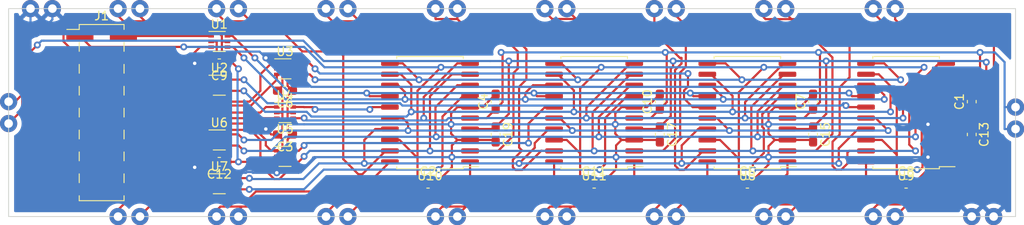
<source format=kicad_pcb>
(kicad_pcb (version 20211014) (generator pcbnew)
  (layers (0 "F.Cu" signal) (31 "B.Cu" signal) (34 "B.Paste" user) (35 "F.Paste" user) (36 "B.SilkS" user "B.Silkscreen") (37 "F.SilkS" user "F.Silkscreen") (38 "B.Mask" user) (39 "F.Mask" user) (44 "Edge.Cuts" user))
  (net 0 "")
  (net 1 "VCC")
  (net 2 "GND")
  (net 3 "Net-(U10-Pad15)")
  (net 4 "Net-(U11-Pad15)")
  (net 5 "Net-(U13-Pad1)")
  (net 6 "Net-(U12-Pad1)")
  (net 7 "Net-(U10-Pad7)")
  (net 8 "Net-(U10-Pad8)")
  (net 9 "Net-(U10-Pad9)")
  (net 10 "Net-(U10-Pad10)")
  (net 11 "Net-(U10-Pad11)")
  (net 12 "Net-(U10-Pad12)")
  (net 13 "Net-(U10-Pad13)")
  (net 14 "Net-(U10-Pad14)")
  (net 15 "Net-(U10-Pad16)")
  (net 16 "Net-(U10-Pad17)")
  (net 17 "Net-(U15-Pad1)")
  (net 18 "Net-(U14-Pad1)")
  (net 19 "Net-(U17-Pad1)")
  (net 20 "Net-(U16-Pad1)")
  (net 21 "Net-(U19-Pad1)")
  (net 22 "Net-(U18-Pad1)")
  (net 23 "Net-(U1-Pad1)")
  (net 24 "Net-(U1-Pad3)")
  (net 25 "Net-(U10-Pad1)")
  (net 26 "Net-(U10-Pad2)")
  (net 27 "Net-(U10-Pad19)")
  (net 28 "Net-(U10-Pad20)")
  (net 29 "Net-(U11-Pad1)")
  (net 30 "Net-(U11-Pad2)")
  (net 31 "Net-(U11-Pad19)")
  (net 32 "Net-(U11-Pad20)")
  (net 33 "Net-(U5-Pad1)")
  (net 34 "Net-(U5-Pad3)")
  (net 35 "Net-(U7-Pad1)")
  (net 36 "Net-(U7-Pad3)")
  (net 37 "/AGND")
  (net 38 "/12V")
  (net 39 "/VREF")
  (net 40 "Net-(U3-Pad1)")
  (net 41 "Net-(U3-Pad3)")
  (net 42 "Net-(U3-Pad6)")
  (net 43 "Net-(J1-Pad5)")
  (net 44 "Net-(J1-Pad6)")
  (net 45 "Net-(J1-Pad9)")
  (net 46 "Net-(J1-Pad10)")
  (net 47 "Net-(J1-Pad13)")
  (net 48 "Net-(J1-Pad14)")
  (net 49 "Net-(U9-Pad15)")
  (footprint "Package_TO_SOT_SMD:SOT-363_SC-70-6" (layer "F.Cu") (at 114.615 90.17)
    (fp_text reference "U2")
    (fp_text value "74AUC2G34")
  )
  (footprint "Capacitor_SMD:C_0603_1608Metric_Pad1.08x0.95mm_HandSolder" (layer "F.Cu") (at 201.93 92.075 90)
    (fp_text reference "C1")
    (fp_text value "C")
  )
  (footprint "Capacitor_SMD:C_0603_1608Metric_Pad1.08x0.95mm_HandSolder" (layer "F.Cu") (at 122.24 95.885 180)
    (fp_text reference "C3")
    (fp_text value "C")
  )
  (footprint "DAC_QRNG_addon_footprints:Castle" (layer "F.Cu") (at 139.7 81.28)
    (fp_text reference "U24" hide)
    (fp_text value "Castle" hide)
  )
  (footprint "Capacitor_SMD:C_0603_1608Metric_Pad1.08x0.95mm_HandSolder" (layer "F.Cu") (at 201.93 95.885 -90)
    (fp_text reference "C13")
    (fp_text value "C")
  )
  (footprint "DAC_QRNG_addon_footprints:Castle" (layer "F.Cu") (at 177.8 81.28)
    (fp_text reference "U15" hide)
    (fp_text value "Castle" hide)
  )
  (footprint "DAC_QRNG_addon_footprints:Castle" (layer "F.Cu") (at 207.01 92.71 -90)
    (fp_text reference "U29" hide)
    (fp_text value "Castle" hide)
  )
  (footprint "Package_SO:SOIC-20W_7.5x12.8mm_P1.27mm" (layer "F.Cu") (at 194.31 93.345 180)
    (fp_text reference "U9")
    (fp_text value "AD7226KR")
  )
  (footprint "Capacitor_SMD:C_0603_1608Metric_Pad1.08x0.95mm_HandSolder" (layer "F.Cu") (at 158.115 101.6)
    (fp_text reference "C11")
    (fp_text value "C")
  )
  (footprint "DAC_QRNG_addon_footprints:Castle" (layer "F.Cu") (at 177.8 105.41)
    (fp_text reference "U14" hide)
    (fp_text value "Castle" hide)
  )
  (footprint "Package_TO_SOT_SMD:SOT-363_SC-70-6" (layer "F.Cu") (at 122.24 88.265)
    (fp_text reference "U3")
    (fp_text value "74AUC2G34")
  )
  (footprint "Package_SO:SOIC-20W_7.5x12.8mm_P1.27mm" (layer "F.Cu") (at 175.895 93.345 180)
    (fp_text reference "U8")
    (fp_text value "AD7226KR")
  )
  (footprint "Package_SO:SOIC-20W_7.5x12.8mm_P1.27mm" (layer "F.Cu") (at 158.115 93.345 180)
    (fp_text reference "U11")
    (fp_text value "AD7226KR")
  )
  (footprint "DAC_QRNG_addon_footprints:Castle" (layer "F.Cu") (at 165.1 81.28)
    (fp_text reference "U16" hide)
    (fp_text value "Castle" hide)
  )
  (footprint "DAC_QRNG_addon_footprints:Castle" (layer "F.Cu") (at 190.5 105.41)
    (fp_text reference "U13" hide)
    (fp_text value "Castle" hide)
  )
  (footprint "DAC_QRNG_addon_footprints:Castle" (layer "F.Cu") (at 114.3 81.28)
    (fp_text reference "U20" hide)
    (fp_text value "Castle" hide)
  )
  (footprint "DAC_QRNG_addon_footprints:Castle" (layer "F.Cu") (at 92.71 81.28)
    (fp_text reference "U31" hide)
    (fp_text value "Castle" hide)
  )
  (footprint "Package_TO_SOT_SMD:SOT-363_SC-70-6" (layer "F.Cu") (at 114.615 101.6)
    (fp_text reference "U7")
    (fp_text value "74AUC2G34")
  )
  (footprint "DAC_QRNG_addon_footprints:Castle" (layer "F.Cu") (at 127 81.28)
    (fp_text reference "U27" hide)
    (fp_text value "Castle" hide)
  )
  (footprint "Package_SO:SOIC-20W_7.5x12.8mm_P1.27mm" (layer "F.Cu") (at 139.065 93.345 180)
    (fp_text reference "U10")
    (fp_text value "AD7226KR")
  )
  (footprint "DAC_QRNG_addon_footprints:Castle" (layer "F.Cu") (at 190.5 81.28)
    (fp_text reference "U12" hide)
    (fp_text value "Castle" hide)
  )
  (footprint "DAC_QRNG_addon_footprints:Castle" (layer "F.Cu") (at 102.87 105.41)
    (fp_text reference "U22" hide)
    (fp_text value "Castle" hide)
  )
  (footprint "Capacitor_SMD:C_0603_1608Metric_Pad1.08x0.95mm_HandSolder" (layer "F.Cu") (at 114.615 87.63 180)
    (fp_text reference "C9")
    (fp_text value "C")
  )
  (footprint "Package_TO_SOT_SMD:SOT-363_SC-70-6" (layer "F.Cu") (at 122.24 98.425)
    (fp_text reference "U5")
    (fp_text value "74AUC2G34")
  )
  (footprint "Package_TO_SOT_SMD:SOT-363_SC-70-6" (layer "F.Cu") (at 122.24 93.345)
    (fp_text reference "U4")
    (fp_text value "74AUC2G34")
  )
  (footprint "Connector_PinHeader_2.54mm:PinHeader_2x08_P2.54mm_Vertical_SMD" (layer "F.Cu") (at 100.965 93.345)
    (fp_text reference "J1")
    (fp_text value "Conn_02x08_Odd_Even")
  )
  (footprint "Capacitor_SMD:C_0603_1608Metric_Pad1.08x0.95mm_HandSolder" (layer "F.Cu") (at 146.685 92.075 90)
    (fp_text reference "C4")
    (fp_text value "C")
  )
  (footprint "Capacitor_SMD:C_0603_1608Metric_Pad1.08x0.95mm_HandSolder" (layer "F.Cu") (at 114.615 99.06 180)
    (fp_text reference "C12")
    (fp_text value "C")
  )
  (footprint "Capacitor_SMD:C_0603_1608Metric_Pad1.08x0.95mm_HandSolder" (layer "F.Cu") (at 175.895 101.6)
    (fp_text reference "C5")
    (fp_text value "C")
  )
  (footprint "DAC_QRNG_addon_footprints:Castle" (layer "F.Cu") (at 114.3 105.41)
    (fp_text reference "U21" hide)
    (fp_text value "Castle" hide)
  )
  (footprint "Package_TO_SOT_SMD:SOT-363_SC-70-6" (layer "F.Cu") (at 114.615 96.52)
    (fp_text reference "U6")
    (fp_text value "74AUC2G34")
  )
  (footprint "Capacitor_SMD:C_0603_1608Metric_Pad1.08x0.95mm_HandSolder" (layer "F.Cu") (at 194.31 101.6)
    (fp_text reference "C8")
    (fp_text value "C")
  )
  (footprint "Capacitor_SMD:C_0603_1608Metric_Pad1.08x0.95mm_HandSolder" (layer "F.Cu") (at 183.515 95.885 -90)
    (fp_text reference "C15")
    (fp_text value "C")
  )
  (footprint "DAC_QRNG_addon_footprints:Castle" (layer "F.Cu") (at 152.4 105.41)
    (fp_text reference "U18" hide)
    (fp_text value "Castle" hide)
  )
  (footprint "DAC_QRNG_addon_footprints:Castle" (layer "F.Cu") (at 139.7 105.41)
    (fp_text reference "U25" hide)
    (fp_text value "Castle" hide)
  )
  (footprint "DAC_QRNG_addon_footprints:Castle" (layer "F.Cu") (at 90.17 92.075 -90)
    (fp_text reference "U28" hide)
    (fp_text value "Castle" hide)
  )
  (footprint "DAC_QRNG_addon_footprints:Castle" (layer "F.Cu") (at 102.87 81.28)
    (fp_text reference "U23" hide)
    (fp_text value "Castle" hide)
  )
  (footprint "Capacitor_SMD:C_0603_1608Metric_Pad1.08x0.95mm_HandSolder" (layer "F.Cu") (at 183.515 92.075 90)
    (fp_text reference "C7")
    (fp_text value "C")
  )
  (footprint "DAC_QRNG_addon_footprints:Castle" (layer "F.Cu") (at 201.93 105.41)
    (fp_text reference "U30" hide)
    (fp_text value "Castle" hide)
  )
  (footprint "Capacitor_SMD:C_0603_1608Metric_Pad1.08x0.95mm_HandSolder" (layer "F.Cu") (at 122.24 90.805 180)
    (fp_text reference "C6")
    (fp_text value "C")
  )
  (footprint "Capacitor_SMD:C_0603_1608Metric_Pad1.08x0.95mm_HandSolder" (layer "F.Cu") (at 146.685 95.885 -90)
    (fp_text reference "C19")
    (fp_text value "C")
  )
  (footprint "Package_TO_SOT_SMD:SOT-363_SC-70-6" (layer "F.Cu") (at 114.615 85.09)
    (fp_text reference "U1")
    (fp_text value "74AUC2G34")
  )
  (footprint "DAC_QRNG_addon_footprints:Castle" (layer "F.Cu") (at 127 105.41)
    (fp_text reference "U26" hide)
    (fp_text value "Castle" hide)
  )
  (footprint "Capacitor_SMD:C_0603_1608Metric_Pad1.08x0.95mm_HandSolder" (layer "F.Cu") (at 138.8375 101.6)
    (fp_text reference "C2")
    (fp_text value "C")
  )
  (footprint "Capacitor_SMD:C_0603_1608Metric_Pad1.08x0.95mm_HandSolder" (layer "F.Cu") (at 165.735 92.075 90)
    (fp_text reference "C10")
    (fp_text value "C")
  )
  (footprint "DAC_QRNG_addon_footprints:Castle" (layer "F.Cu") (at 165.1 105.41)
    (fp_text reference "U17" hide)
    (fp_text value "Castle" hide)
  )
  (footprint "Capacitor_SMD:C_0603_1608Metric_Pad1.08x0.95mm_HandSolder" (layer "F.Cu") (at 165.735 95.885 -90)
    (fp_text reference "C17")
    (fp_text value "C")
  )
  (footprint "DAC_QRNG_addon_footprints:Castle" (layer "F.Cu") (at 152.4 81.28)
    (fp_text reference "U19" hide)
    (fp_text value "Castle" hide)
  )
  (gr_rect (start 90.17 105.41) (end 207.01 81.28) (layer "Edge.Cuts") (width 0.1) (fill none))
  (segment (start 122.540489 88.339511) (end 122.540489 90.242989) (width 0.25) (layer "F.Cu") (net 1))
  (segment (start 122.540489 98.499511) (end 122.615 98.425) (width 0.25) (layer "F.Cu") (net 1))
  (segment (start 122.540489 98.350489) (end 122.540489 96.447011) (width 0.25) (layer "F.Cu") (net 1))
  (segment (start 122.540489 91.367011) (end 123.1025 90.805) (width 0.25) (layer "F.Cu") (net 1))
  (segment (start 122.615 88.265) (end 122.540489 88.339511) (width 0.25) (layer "F.Cu") (net 1))
  (segment (start 122.540489 100.099125) (end 122.540489 98.499511) (width 0.25) (layer "F.Cu") (net 1))
  (segment (start 96.540489 83.630489) (end 114.090978 83.630489) (width 0.25) (layer "F.Cu") (net 1))
  (segment (start 115.565 85.09) (end 114.99 85.09) (width 0.25) (layer "F.Cu") (net 1))
  (segment (start 114.915489 85.015489) (end 114.99 85.09) (width 0.25) (layer "F.Cu") (net 1))
  (segment (start 122.540489 93.419511) (end 122.540489 95.322989) (width 0.25) (layer "F.Cu") (net 1))
  (segment (start 122.615 98.425) (end 123.19 98.425) (width 0.25) (layer "F.Cu") (net 1))
  (segment (start 123.19 93.345) (end 122.615 93.345) (width 0.25) (layer "F.Cu") (net 1))
  (segment (start 122.540489 96.447011) (end 123.1025 95.885) (width 0.25) (layer "F.Cu") (net 1))
  (segment (start 114.915489 85.164511) (end 114.915489 87.067989) (width 0.25) (layer "F.Cu") (net 1))
  (segment (start 114.99 96.52) (end 114.764031 96.745969) (width 0.25) (layer "F.Cu") (net 1))
  (segment (start 115.4775 87.63) (end 116.205 87.63) (width 0.25) (layer "F.Cu") (net 1))
  (segment (start 122.615 93.345) (end 122.540489 93.419511) (width 0.25) (layer "F.Cu") (net 1))
  (segment (start 114.915489 90.095489) (end 114.915489 88.192011) (width 0.25) (layer "F.Cu") (net 1))
  (segment (start 98.44 86.995) (end 96.540489 85.095489) (width 0.25) (layer "F.Cu") (net 1))
  (segment (start 115.565 90.17) (end 114.99 90.17) (width 0.25) (layer "F.Cu") (net 1))
  (segment (start 115.565 96.52) (end 114.99 96.52) (width 0.25) (layer "F.Cu") (net 1))
  (segment (start 114.915489 87.067989) (end 115.4775 87.63) (width 0.25) (layer "F.Cu") (net 1))
  (segment (start 114.99 90.17) (end 114.915489 90.095489) (width 0.25) (layer "F.Cu") (net 1))
  (segment (start 122.615 93.345) (end 122.540489 93.270489) (width 0.25) (layer "F.Cu") (net 1))
  (segment (start 114.915489 84.455) (end 114.915489 85.015489) (width 0.25) (layer "F.Cu") (net 1))
  (segment (start 114.915489 88.192011) (end 115.4775 87.63) (width 0.25) (layer "F.Cu") (net 1))
  (segment (start 114.090978 83.630489) (end 114.915489 84.455) (width 0.25) (layer "F.Cu") (net 1))
  (segment (start 122.540489 93.270489) (end 122.540489 91.367011) (width 0.25) (layer "F.Cu") (net 1))
  (segment (start 114.915489 101.525489) (end 114.915489 99.622011) (width 0.25) (layer "F.Cu") (net 1))
  (segment (start 121.585103 101.054511) (end 122.540489 100.099125) (width 0.25) (layer "F.Cu") (net 1))
  (segment (start 123.19 88.265) (end 122.615 88.265) (width 0.25) (layer "F.Cu") (net 1))
  (segment (start 122.615 98.425) (end 122.540489 98.350489) (width 0.25) (layer "F.Cu") (net 1))
  (segment (start 118.990386 99.06) (end 120.984897 101.054511) (width 0.25) (layer "F.Cu") (net 1))
  (segment (start 114.764031 98.346531) (end 115.4775 99.06) (width 0.25) (layer "F.Cu") (net 1))
  (segment (start 114.99 101.6) (end 114.915489 101.525489) (width 0.25) (layer "F.Cu") (net 1))
  (segment (start 122.540489 90.242989) (end 123.1025 90.805) (width 0.25) (layer "F.Cu") (net 1))
  (segment (start 114.915489 99.622011) (end 115.4775 99.06) (width 0.25) (layer "F.Cu") (net 1))
  (segment (start 122.540489 95.322989) (end 123.1025 95.885) (width 0.25) (layer "F.Cu") (net 1))
  (segment (start 115.565 101.6) (end 114.99 101.6) (width 0.25) (layer "F.Cu") (net 1))
  (segment (start 114.764031 96.745969) (end 114.764031 98.346531) (width 0.25) (layer "F.Cu") (net 1))
  (segment (start 114.99 85.09) (end 114.915489 85.164511) (width 0.25) (layer "F.Cu") (net 1))
  (segment (start 115.4775 99.06) (end 118.990386 99.06) (width 0.25) (layer "F.Cu") (net 1))
  (segment (start 96.540489 85.095489) (end 96.540489 83.630489) (width 0.25) (layer "F.Cu") (net 1))
  (segment (start 116.205 87.63) (end 116.84 88.265) (width 0.25) (layer "F.Cu") (net 1))
  (segment (start 120.984897 101.054511) (end 121.585103 101.054511) (width 0.25) (layer "F.Cu") (net 1))
  (via (at 116.84 99.06) (size 0.8) (drill 0.4) (layers "F.Cu" "B.Cu") (net 1))
  (via (at 116.84 88.265) (size 0.8) (drill 0.4) (layers "F.Cu" "B.Cu") (net 1))
  (segment (start 116.735489 98.955489) (end 116.84 99.06) (width 0.25) (layer "B.Cu") (net 1))
  (segment (start 116.735489 88.369511) (end 116.735489 98.955489) (width 0.25) (layer "B.Cu") (net 1))
  (segment (start 116.84 88.265) (end 116.735489 88.369511) (width 0.25) (layer "B.Cu") (net 1))
  (segment (start 178.345489 97.244511) (end 178.345489 98.514511) (width 0.25) (layer "F.Cu") (net 2))
  (segment (start 160.655 98.5145) (end 160.655 99.9225) (width 0.25) (layer "F.Cu") (net 2))
  (segment (start 141.605 97.155) (end 142.24 96.52) (width 0.25) (layer "F.Cu") (net 2))
  (segment (start 160.565489 93.434511) (end 160.565489 94.704511) (width 0.25) (layer "F.Cu") (net 2))
  (segment (start 198.96 96.52) (end 201.7025 96.52) (width 0.25) (layer "F.Cu") (net 2))
  (segment (start 198.96 96.52) (end 197.485 96.52) (width 0.25) (layer "F.Cu") (net 2))
  (segment (start 121.865 93.345) (end 121.939511 93.419511) (width 0.25) (layer "F.Cu") (net 2))
  (segment (start 121.29 98.425) (end 121.865 98.425) (width 0.25) (layer "F.Cu") (net 2))
  (segment (start 121.285 100.33) (end 121.939511 99.675489) (width 0.25) (layer "F.Cu") (net 2))
  (segment (start 195.1725 101.6) (end 196.85 99.9225) (width 0.25) (layer "F.Cu") (net 2))
  (segment (start 165.5075 96.52) (end 165.735 96.7475) (width 0.25) (layer "F.Cu") (net 2))
  (segment (start 112.395 99.06) (end 111.76 99.695) (width 0.25) (layer "F.Cu") (net 2))
  (segment (start 201.7025 96.52) (end 201.93 96.7475) (width 0.25) (layer "F.Cu") (net 2))
  (segment (start 198.96 92.71) (end 200.4325 92.71) (width 0.25) (layer "F.Cu") (net 2))
  (segment (start 114.314511 99.622011) (end 113.7525 99.06) (width 0.25) (layer "F.Cu") (net 2))
  (segment (start 143.715 96.52) (end 146.4575 96.52) (width 0.25) (layer "F.Cu") (net 2))
  (segment (start 121.939511 88.339511) (end 121.939511 90.242989) (width 0.25) (layer "F.Cu") (net 2))
  (segment (start 178.345489 99.377011) (end 178.345489 98.514511) (width 0.25) (layer "F.Cu") (net 2))
  (segment (start 143.715 96.52) (end 142.24 96.52) (width 0.25) (layer "F.Cu") (net 2))
  (segment (start 176.7575 101.6) (end 176.7575 100.965) (width 0.25) (layer "F.Cu") (net 2))
  (segment (start 121.29 88.265) (end 121.865 88.265) (width 0.25) (layer "F.Cu") (net 2))
  (segment (start 160.655 97.155) (end 160.655 98.5145) (width 0.25) (layer "F.Cu") (net 2))
  (segment (start 183.2875 96.52) (end 183.515 96.7475) (width 0.25) (layer "F.Cu") (net 2))
  (segment (start 176.7575 100.965) (end 178.345489 99.377011) (width 0.25) (layer "F.Cu") (net 2))
  (segment (start 114.314511 88.192011) (end 113.7525 87.63) (width 0.25) (layer "F.Cu") (net 2))
  (segment (start 164.2375 92.71) (end 165.735 91.2125) (width 0.25) (layer "F.Cu") (net 2))
  (segment (start 121.939511 87.090489) (end 121.939511 88.190489) (width 0.25) (layer "F.Cu") (net 2))
  (segment (start 120.65 95.885) (end 120.015 95.25) (width 0.25) (layer "F.Cu") (net 2))
  (segment (start 143.715 92.71) (end 142.24 92.71) (width 0.25) (layer "F.Cu") (net 2))
  (segment (start 179.07 92.71) (end 178.345489 93.434511) (width 0.25) (layer "F.Cu") (net 2))
  (segment (start 114.314511 85.164511) (end 114.314511 87.067989) (width 0.25) (layer "F.Cu") (net 2))
  (segment (start 114.3 90.17) (end 114.314511 90.155489) (width 0.25) (layer "F.Cu") (net 2))
  (segment (start 196.85 97.155) (end 196.85 98.5145) (width 0.25) (layer "F.Cu") (net 2))
  (segment (start 113.7525 99.06) (end 112.395 99.06) (width 0.25) (layer "F.Cu") (net 2))
  (segment (start 145.1875 92.71) (end 146.685 91.2125) (width 0.25) (layer "F.Cu") (net 2))
  (segment (start 114.314511 98.497989) (end 113.7525 99.06) (width 0.25) (layer "F.Cu") (net 2))
  (segment (start 114.314511 101.525489) (end 114.314511 99.622011) (width 0.25) (layer "F.Cu") (net 2))
  (segment (start 161.29 92.71) (end 160.565489 93.434511) (width 0.25) (layer "F.Cu") (net 2))
  (segment (start 162.765 96.52) (end 161.29 96.52) (width 0.25) (layer "F.Cu") (net 2))
  (segment (start 121.939511 98.499511) (end 121.865 98.425) (width 0.25) (layer "F.Cu") (net 2))
  (segment (start 200.4325 92.71) (end 201.93 91.2125) (width 0.25) (layer "F.Cu") (net 2))
  (segment (start 113.665 85.09) (end 114.24 85.09) (width 0.25) (layer "F.Cu") (net 2))
  (segment (start 121.939511 98.350489) (end 121.939511 96.447011) (width 0.25) (layer "F.Cu") (net 2))
  (segment (start 141.515489 93.434511) (end 141.515489 94.704511) (width 0.25) (layer "F.Cu") (net 2))
  (segment (start 196.85 95.885) (end 196.85 94.7045) (width 0.25) (layer "F.Cu") (net 2))
  (segment (start 180.545 92.71) (end 182.0175 92.71) (width 0.25) (layer "F.Cu") (net 2))
  (segment (start 121.29 93.345) (end 121.865 93.345) (width 0.25) (layer "F.Cu") (net 2))
  (segment (start 143.715 92.71) (end 145.1875 92.71) (width 0.25) (layer "F.Cu") (net 2))
  (segment (start 162.765 92.71) (end 164.2375 92.71) (width 0.25) (layer "F.Cu") (net 2))
  (segment (start 121.939511 93.270489) (end 121.939511 91.367011) (width 0.25) (layer "F.Cu") (net 2))
  (segment (start 121.939511 95.322989) (end 121.3775 95.885) (width 0.25) (layer "F.Cu") (net 2))
  (segment (start 160.655 99.9225) (end 158.9775 101.6) (width 0.25) (layer "F.Cu") (net 2))
  (segment (start 114.24 96.52) (end 114.314511 96.594511) (width 0.25) (layer "F.Cu") (net 2))
  (segment (start 198.96 92.71) (end 197.485 92.71) (width 0.25) (layer "F.Cu") (net 2))
  (segment (start 146.4575 96.52) (end 146.685 96.7475) (width 0.25) (layer "F.Cu") (net 2))
  (segment (start 179.07 96.52) (end 178.345489 97.244511) (width 0.25) (layer "F.Cu") (net 2))
  (segment (start 141.605 98.5145) (end 141.605 97.155) (width 0.25) (layer "F.Cu") (net 2))
  (segment (start 113.665 101.6) (end 114.24 101.6) (width 0.25) (layer "F.Cu") (net 2))
  (segment (start 121.865 98.425) (end 121.939511 98.350489) (width 0.25) (layer "F.Cu") (net 2))
  (segment (start 113.665 96.52) (end 114.24 96.52) (width 0.25) (layer "F.Cu") (net 2))
  (segment (start 121.939511 96.447011) (end 121.3775 95.885) (width 0.25) (layer "F.Cu") (net 2))
  (segment (start 121.939511 93.419511) (end 121.939511 95.322989) (width 0.25) (layer "F.Cu") (net 2))
  (segment (start 161.29 96.52) (end 160.655 97.155) (width 0.25) (layer "F.Cu") (net 2))
  (segment (start 121.939511 90.242989) (end 121.3775 90.805) (width 0.25) (layer "F.Cu") (net 2))
  (segment (start 178.345489 95.795489) (end 178.345489 94.704511) (width 0.25) (layer "F.Cu") (net 2))
  (segment (start 197.485 96.52) (end 196.85 97.155) (width 0.25) (layer "F.Cu") (net 2))
  (segment (start 121.939511 99.675489) (end 121.939511 98.499511) (width 0.25) (layer "F.Cu") (net 2))
  (segment (start 180.545 96.52) (end 183.2875 96.52) (width 0.25) (layer "F.Cu") (net 2))
  (segment (start 114.314511 90.155489) (end 114.314511 88.192011) (width 0.25) (layer "F.Cu") (net 2))
  (segment (start 114.314511 96.594511) (end 114.314511 98.497989) (width 0.25) (layer "F.Cu") (net 2))
  (segment (start 121.865 88.265) (end 121.939511 88.339511) (width 0.25) (layer "F.Cu") (net 2))
  (segment (start 111.76 87.63) (end 113.7525 87.63) (width 0.25) (layer "F.Cu") (net 2))
  (segment (start 121.939511 91.367011) (end 121.3775 90.805) (width 0.25) (layer "F.Cu") (net 2))
  (segment (start 180.545 96.52) (end 179.07 96.52) (width 0.25) (layer "F.Cu") (net 2))
  (segment (start 197.485 92.71) (end 196.85 93.345) (width 0.25) (layer "F.Cu") (net 2))
  (segment (start 120.015 86.995) (end 121.844022 86.995) (width 0.25) (layer "F.Cu") (net 2))
  (segment (start 121.3775 95.885) (end 120.65 95.885) (width 0.25) (layer "F.Cu") (net 2))
  (segment (start 180.545 92.71) (end 179.07 92.71) (width 0.25) (layer "F.Cu") (net 2))
  (segment (start 182.0175 92.71) (end 183.515 91.2125) (width 0.25) (layer "F.Cu") (net 2))
  (segment (start 161.29 96.52) (end 160.565489 95.795489) (width 0.25) (layer "F.Cu") (net 2))
  (segment (start 178.345489 93.434511) (end 178.345489 94.704511) (width 0.25) (layer "F.Cu") (net 2))
  (segment (start 141.515489 95.795489) (end 142.24 96.52) (width 0.25) (layer "F.Cu") (net 2))
  (segment (start 121.865 93.345) (end 121.939511 93.270489) (width 0.25) (layer "F.Cu") (net 2))
  (segment (start 197.485 96.52) (end 196.85 95.885) (width 0.25) (layer "F.Cu") (net 2))
  (segment (start 113.665 90.17) (end 114.3 90.17) (width 0.25) (layer "F.Cu") (net 2))
  (segment (start 141.605 98.5145) (end 141.605 99.695) (width 0.25) (layer "F.Cu") (net 2))
  (segment (start 121.844022 86.995) (end 121.939511 87.090489) (width 0.25) (layer "F.Cu") (net 2))
  (segment (start 196.85 93.345) (end 196.85 94.7045) (width 0.25) (layer "F.Cu") (net 2))
  (segment (start 114.24 85.09) (end 114.314511 85.164511) (width 0.25) (layer "F.Cu") (net 2))
  (segment (start 196.85 99.9225) (end 196.85 98.5145) (width 0.25) (layer "F.Cu") (net 2))
  (segment (start 162.765 92.71) (end 161.29 92.71) (width 0.25) (layer "F.Cu") (net 2))
  (segment (start 114.24 101.6) (end 114.314511 101.525489) (width 0.25) (layer "F.Cu") (net 2))
  (segment (start 114.314511 87.067989) (end 113.7525 87.63) (width 0.25) (layer "F.Cu") (net 2))
  (segment (start 121.939511 88.190489) (end 121.865 88.265) (width 0.25) (layer "F.Cu") (net 2))
  (segment (start 141.605 99.695) (end 139.7 101.6) (width 0.25) (layer "F.Cu") (net 2))
  (segment (start 142.24 92.71) (end 141.515489 93.434511) (width 0.25) (layer "F.Cu") (net 2))
  (segment (start 160.565489 95.795489) (end 160.565489 94.704511) (width 0.25) (layer "F.Cu") (net 2))
  (segment (start 141.515489 94.704511) (end 141.515489 95.795489) (width 0.25) (layer "F.Cu") (net 2))
  (segment (start 162.765 96.52) (end 165.5075 96.52) (width 0.25) (layer "F.Cu") (net 2))
  (segment (start 179.07 96.52) (end 178.345489 95.795489) (width 0.25) (layer "F.Cu") (net 2))
  (via (at 120.015 86.995) (size 0.8) (drill 0.4) (layers "F.Cu" "B.Cu") (net 2))
  (via (at 178.345489 98.514511) (size 0.8) (drill 0.4) (layers "F.Cu" "B.Cu") (net 2))
  (via (at 160.565489 94.704511) (size 0.8) (drill 0.4) (layers "F.Cu" "B.Cu") (net 2))
  (via (at 178.345489 94.704511) (size 0.8) (drill 0.4) (layers "F.Cu" "B.Cu") (net 2))
  (via (at 160.655 98.5145) (size 0.8) (drill 0.4) (layers "F.Cu" "B.Cu") (net 2))
  (via (at 111.76 87.63) (size 0.8) (drill 0.4) (layers "F.Cu" "B.Cu") (net 2))
  (via (at 141.605 98.5145) (size 0.8) (drill 0.4) (layers "F.Cu" "B.Cu") (net 2))
  (via (at 111.76 99.695) (size 0.8) (drill 0.4) (layers "F.Cu" "B.Cu") (net 2))
  (via (at 120.015 95.25) (size 0.8) (drill 0.4) (layers "F.Cu" "B.Cu") (net 2))
  (via (at 141.515489 94.704511) (size 0.8) (drill 0.4) (layers "F.Cu" "B.Cu") (net 2))
  (via (at 196.85 94.7045) (size 0.8) (drill 0.4) (layers "F.Cu" "B.Cu") (net 2))
  (via (at 196.85 98.5145) (size 0.8) (drill 0.4) (layers "F.Cu" "B.Cu") (net 2))
  (via (at 121.285 100.33) (size 0.8) (drill 0.4) (layers "F.Cu" "B.Cu") (net 2))
  (segment (start 196.849989 94.704511) (end 196.85 94.7045) (width 0.25) (layer "B.Cu") (net 2))
  (segment (start 120.015 86.995) (end 121.92 86.995) (width 0.25) (layer "B.Cu") (net 2))
  (segment (start 120.560489 94.704511) (end 124.46 94.704511) (width 0.25) (layer "B.Cu") (net 2))
  (segment (start 121.92 86.995) (end 125.282445 90.357445) (width 0.25) (layer "B.Cu") (net 2))
  (segment (start 141.604989 98.514511) (end 125.640489 98.514511) (width 0.25) (layer "B.Cu") (net 2))
  (segment (start 196.85 98.5145) (end 178.3455 98.5145) (width 0.25) (layer "B.Cu") (net 2))
  (segment (start 118.499614 100.33) (end 118.410103 100.240489) (width 0.25) (layer "B.Cu") (net 2))
  (segment (start 125.640489 98.514511) (end 123.825 100.33) (width 0.25) (layer "B.Cu") (net 2))
  (segment (start 93.345 87.63) (end 92.71 86.995) (width 0.25) (layer "B.Cu") (net 2))
  (segment (start 141.605011 98.514511) (end 178.345489 98.514511) (width 0.25) (layer "B.Cu") (net 2))
  (segment (start 124.46 94.704511) (end 141.515489 94.704511) (width 0.25) (layer "B.Cu") (net 2))
  (segment (start 119.290489 86.270489) (end 113.119511 86.270489) (width 0.25) (layer "B.Cu") (net 2))
  (segment (start 123.825 100.33) (end 121.285 100.33) (width 0.25) (layer "B.Cu") (net 2))
  (segment (start 117.809897 100.240489) (end 117.720386 100.33) (width 0.25) (layer "B.Cu") (net 2))
  (segment (start 94.615 83.185) (end 95.25 82.55) (width 0.25) (layer "B.Cu") (net 2))
  (segment (start 92.71 86.995) (end 92.71 83.185) (width 0.25) (layer "B.Cu") (net 2))
  (segment (start 160.565489 94.704511) (end 178.345489 94.704511) (width 0.25) (layer "B.Cu") (net 2))
  (segment (start 121.285 100.33) (end 118.499614 100.33) (width 0.25) (layer "B.Cu") (net 2))
  (segment (start 92.71 83.185) (end 92.71 81.40502) (width 0.25) (layer "B.Cu") (net 2))
  (segment (start 111.76 99.695) (end 111.76 87.63) (width 0.25) (layer "B.Cu") (net 2))
  (segment (start 120.015 95.25) (end 120.560489 94.704511) (width 0.25) (layer "B.Cu") (net 2))
  (segment (start 125.282445 90.357445) (end 204.282555 90.357445) (width 0.25) (layer "B.Cu") (net 2))
  (segment (start 117.720386 100.33) (end 112.395 100.33) (width 0.25) (layer "B.Cu") (net 2))
  (segment (start 120.015 86.995) (end 119.290489 86.270489) (width 0.25) (layer "B.Cu") (net 2))
  (segment (start 111.76 87.63) (end 93.345 87.63) (width 0.25) (layer "B.Cu") (net 2))
  (segment (start 141.605 98.5145) (end 141.604989 98.514511) (width 0.25) (layer "B.Cu") (net 2))
  (segment (start 178.3455 98.5145) (end 178.345489 98.514511) (width 0.25) (layer "B.Cu") (net 2))
  (segment (start 178.345489 94.704511) (end 196.849989 94.704511) (width 0.25) (layer "B.Cu") (net 2))
  (segment (start 112.395 100.33) (end 111.76 99.695) (width 0.25) (layer "B.Cu") (net 2))
  (segment (start 113.119511 86.270489) (end 111.76 87.63) (width 0.25) (layer "B.Cu") (net 2))
  (segment (start 118.410103 100.240489) (end 117.809897 100.240489) (width 0.25) (layer "B.Cu") (net 2))
  (segment (start 141.515489 94.704511) (end 160.565489 94.704511) (width 0.25) (layer "B.Cu") (net 2))
  (segment (start 92.71 83.185) (end 94.615 83.185) (width 0.25) (layer "B.Cu") (net 2))
  (segment (start 95.25 82.55) (end 95.25 81.40502) (width 0.25) (layer "B.Cu") (net 2))
  (segment (start 141.605 98.5145) (end 141.605011 98.514511) (width 0.25) (layer "B.Cu") (net 2))
  (segment (start 132.08 92.980487) (end 132.350487 92.71) (width 0.25) (layer "F.Cu") (net 3))
  (segment (start 132.350487 92.71) (end 134.415 92.71) (width 0.25) (layer "F.Cu") (net 3))
  (segment (start 123.19 92.695) (end 124.445 92.695) (width 0.25) (layer "F.Cu") (net 3))
  (segment (start 124.46 92.71) (end 125.459513 92.71) (width 0.25) (layer "F.Cu") (net 3))
  (segment (start 124.445 92.695) (end 124.46 92.71) (width 0.25) (layer "F.Cu") (net 3))
  (segment (start 125.459513 92.71) (end 125.73 92.980487) (width 0.25) (layer "F.Cu") (net 3))
  (via (at 132.08 92.980487) (size 0.8) (drill 0.4) (layers "F.Cu" "B.Cu") (net 3))
  (via (at 125.73 92.980487) (size 0.8) (drill 0.4) (layers "F.Cu" "B.Cu") (net 3))
  (segment (start 125.73 92.980487) (end 132.08 92.980487) (width 0.25) (layer "B.Cu") (net 3))
  (segment (start 123.84 97.775) (end 124.46 97.155) (width 0.25) (layer "F.Cu") (net 4))
  (segment (start 150.495 94.615) (end 152.4 92.71) (width 0.25) (layer "F.Cu") (net 4))
  (segment (start 152.4 92.71) (end 153.465 92.71) (width 0.25) (layer "F.Cu") (net 4))
  (segment (start 123.19 97.775) (end 123.84 97.775) (width 0.25) (layer "F.Cu") (net 4))
  (segment (start 150.495 96.878022) (end 150.495 94.615) (width 0.25) (layer "F.Cu") (net 4))
  (via (at 150.495 96.878022) (size 0.8) (drill 0.4) (layers "F.Cu" "B.Cu") (net 4))
  (via (at 124.46 97.155) (size 0.8) (drill 0.4) (layers "F.Cu" "B.Cu") (net 4))
  (segment (start 150.495 96.878022) (end 150.494989 96.878033) (width 0.25) (layer "B.Cu") (net 4))
  (segment (start 150.495 96.878022) (end 150.495011 96.878033) (width 0.25) (layer "B.Cu") (net 4))
  (segment (start 124.736967 96.878033) (end 124.46 97.155) (width 0.25) (layer "B.Cu") (net 4))
  (segment (start 150.494989 96.878033) (end 124.736967 96.878033) (width 0.25) (layer "B.Cu") (net 4))
  (segment (start 193.16502 105.28498) (end 193.04 105.28498) (width 0.25) (layer "F.Cu") (net 5))
  (segment (start 194.6 103.85) (end 193.16502 105.28498) (width 0.25) (layer "F.Cu") (net 5))
  (segment (start 190.5 104.5) (end 190.5 105.28498) (width 0.25) (layer "F.Cu") (net 5))
  (segment (start 194.45 104) (end 191 104) (width 0.25) (layer "F.Cu") (net 5))
  (segment (start 198.96 99.06) (end 198.96 99.49) (width 0.25) (layer "F.Cu") (net 5))
  (segment (start 191 104) (end 190.5 104.5) (width 0.25) (layer "F.Cu") (net 5))
  (segment (start 194.6 103.85) (end 194.45 104) (width 0.25) (layer "F.Cu") (net 5))
  (segment (start 198.96 99.49) (end 194.6 103.85) (width 0.25) (layer "F.Cu") (net 5))
  (segment (start 193.04 82.54) (end 193.04 81.40502) (width 0.25) (layer "F.Cu") (net 6))
  (segment (start 204.5 85.5) (end 202 83) (width 0.25) (layer "F.Cu") (net 6))
  (segment (start 193.5 83) (end 193.04 82.54) (width 0.25) (layer "F.Cu") (net 6))
  (segment (start 202 83) (end 193.5 83) (width 0.25) (layer "F.Cu") (net 6))
  (segment (start 191.75 83) (end 190.5 81.75) (width 0.25) (layer "F.Cu") (net 6))
  (segment (start 190.5 81.75) (end 190.5 81.40502) (width 0.25) (layer "F.Cu") (net 6))
  (segment (start 204.5 95.509816) (end 204.5 85.5) (width 0.25) (layer "F.Cu") (net 6))
  (segment (start 198.96 97.79) (end 202.219816 97.79) (width 0.25) (layer "F.Cu") (net 6))
  (segment (start 202.219816 97.79) (end 204.5 95.509816) (width 0.25) (layer "F.Cu") (net 6))
  (segment (start 193.5 83) (end 191.75 83) (width 0.25) (layer "F.Cu") (net 6))
  (segment (start 118.11 102.235) (end 118.095 102.25) (width 0.25) (layer "F.Cu") (net 7))
  (segment (start 140.514011 93.800271) (end 140.514011 99.515989) (width 0.25) (layer "F.Cu") (net 7))
  (segment (start 198.96 91.44) (end 197.485 91.44) (width 0.25) (layer "F.Cu") (net 7))
  (segment (start 179.704283 91.44) (end 177.620978 93.523305) (width 0.25) (layer "F.Cu") (net 7))
  (segment (start 161.924283 91.44) (end 159.385 93.979283) (width 0.25) (layer "F.Cu") (net 7))
  (segment (start 176.53 99.305386) (end 176.53 99.963522) (width 0.25) (layer "F.Cu") (net 7))
  (segment (start 143.715 91.44) (end 142.874282 91.44) (width 0.25) (layer "F.Cu") (net 7))
  (segment (start 195.946478 99.963522) (end 195.58 99.963522) (width 0.25) (layer "F.Cu") (net 7))
  (segment (start 142.874282 91.44) (end 140.514011 93.800271) (width 0.25) (layer "F.Cu") (net 7))
  (segment (start 177.8 95.183636) (end 177.8 98.035386) (width 0.25) (layer "F.Cu") (net 7))
  (segment (start 177.8 98.035386) (end 176.53 99.305386) (width 0.25) (layer "F.Cu") (net 7))
  (segment (start 180.545 91.44) (end 179.704283 91.44) (width 0.25) (layer "F.Cu") (net 7))
  (segment (start 196.215 98.904114) (end 196.215 99.695) (width 0.25) (layer "F.Cu") (net 7))
  (segment (start 159.385 93.979283) (end 159.385 99.328522) (width 0.25) (layer "F.Cu") (net 7))
  (segment (start 196.125489 92.799511) (end 196.125489 98.814603) (width 0.25) (layer "F.Cu") (net 7))
  (segment (start 140.514011 99.515989) (end 140.066467 99.963533) (width 0.25) (layer "F.Cu") (net 7))
  (segment (start 177.620978 93.523305) (end 177.620978 95.004614) (width 0.25) (layer "F.Cu") (net 7))
  (segment (start 115.565 102.25) (end 118.095 102.25) (width 0.25) (layer "F.Cu") (net 7))
  (segment (start 177.620978 95.004614) (end 177.8 95.183636) (width 0.25) (layer "F.Cu") (net 7))
  (segment (start 159.385 99.328522) (end 158.75 99.963522) (width 0.25) (layer "F.Cu") (net 7))
  (segment (start 196.125489 98.814603) (end 196.215 98.904114) (width 0.25) (layer "F.Cu") (net 7))
  (segment (start 196.215 99.695) (end 195.946478 99.963522) (width 0.25) (layer "F.Cu") (net 7))
  (segment (start 162.765 91.44) (end 161.924283 91.44) (width 0.25) (layer "F.Cu") (net 7))
  (segment (start 197.485 91.44) (end 196.125489 92.799511) (width 0.25) (layer "F.Cu") (net 7))
  (via (at 176.53 99.963522) (size 0.8) (drill 0.4) (layers "F.Cu" "B.Cu") (net 7))
  (via (at 195.58 99.963522) (size 0.8) (drill 0.4) (layers "F.Cu" "B.Cu") (net 7))
  (via (at 140.066467 99.963533) (size 0.8) (drill 0.4) (layers "F.Cu" "B.Cu") (net 7))
  (via (at 118.095 102.25) (size 0.8) (drill 0.4) (layers "F.Cu" "B.Cu") (net 7))
  (via (at 158.75 99.963522) (size 0.8) (drill 0.4) (layers "F.Cu" "B.Cu") (net 7))
  (segment (start 118.11 102.235) (end 124.46 102.235) (width 0.25) (layer "B.Cu") (net 7))
  (segment (start 158.75 99.963522) (end 176.53 99.963522) (width 0.25) (layer "B.Cu") (net 7))
  (segment (start 118.095 102.25) (end 118.11 102.235) (width 0.25) (layer "B.Cu") (net 7))
  (segment (start 140.066467 99.963533) (end 158.749989 99.963533) (width 0.25) (layer "B.Cu") (net 7))
  (segment (start 176.53 99.963522) (end 195.58 99.963522) (width 0.25) (layer "B.Cu") (net 7))
  (segment (start 126.731467 99.963533) (end 140.066467 99.963533) (width 0.25) (layer "B.Cu") (net 7))
  (segment (start 158.749989 99.963533) (end 158.75 99.963522) (width 0.25) (layer "B.Cu") (net 7))
  (segment (start 124.46 102.235) (end 126.731467 99.963533) (width 0.25) (layer "B.Cu") (net 7))
  (segment (start 115.565 97.17) (end 116.855 97.17) (width 0.25) (layer "F.Cu") (net 8))
  (segment (start 139.7 96.064022) (end 139.7 92.71) (width 0.25) (layer "F.Cu") (net 8))
  (segment (start 198.96 90.17) (end 198.009464 90.17) (width 0.25) (layer "F.Cu") (net 8))
  (segment (start 180.545 90.17) (end 180.118928 90.17) (width 0.25) (layer "F.Cu") (net 8))
  (segment (start 116.855 97.17) (end 117.475 97.79) (width 0.25) (layer "F.Cu") (net 8))
  (segment (start 158.6605 93.848428) (end 158.6605 96.153522) (width 0.25) (layer "F.Cu") (net 8))
  (segment (start 142.24 90.17) (end 143.715 90.17) (width 0.25) (layer "F.Cu") (net 8))
  (segment (start 139.7895 96.153522) (end 139.7 96.064022) (width 0.25) (layer "F.Cu") (net 8))
  (segment (start 195.400989 92.778475) (end 195.400989 96.153522) (width 0.25) (layer "F.Cu") (net 8))
  (segment (start 139.7 92.71) (end 142.24 90.17) (width 0.25) (layer "F.Cu") (net 8))
  (segment (start 162.338928 90.17) (end 158.6605 93.848428) (width 0.25) (layer "F.Cu") (net 8))
  (segment (start 198.009464 90.17) (end 195.400989 92.778475) (width 0.25) (layer "F.Cu") (net 8))
  (segment (start 177.0755 93.213428) (end 177.0755 96.153533) (width 0.25) (layer "F.Cu") (net 8))
  (segment (start 162.765 90.17) (end 162.338928 90.17) (width 0.25) (layer "F.Cu") (net 8))
  (segment (start 180.118928 90.17) (end 177.0755 93.213428) (width 0.25) (layer "F.Cu") (net 8))
  (via (at 195.400989 96.153522) (size 0.8) (drill 0.4) (layers "F.Cu" "B.Cu") (net 8))
  (via (at 177.0755 96.153533) (size 0.8) (drill 0.4) (layers "F.Cu" "B.Cu") (net 8))
  (via (at 139.7895 96.153522) (size 0.8) (drill 0.4) (layers "F.Cu" "B.Cu") (net 8))
  (via (at 117.475 97.79) (size 0.8) (drill 0.4) (layers "F.Cu" "B.Cu") (net 8))
  (via (at 158.6605 96.153522) (size 0.8) (drill 0.4) (layers "F.Cu" "B.Cu") (net 8))
  (segment (start 177.0755 96.153533) (end 158.660511 96.153533) (width 0.25) (layer "B.Cu") (net 8))
  (segment (start 120.65 97.79) (end 117.475 97.79) (width 0.25) (layer "B.Cu") (net 8))
  (segment (start 158.6605 96.153522) (end 139.7895 96.153522) (width 0.25) (layer "B.Cu") (net 8))
  (segment (start 158.660511 96.153533) (end 158.6605 96.153522) (width 0.25) (layer "B.Cu") (net 8))
  (segment (start 122.286478 96.153522) (end 120.65 97.79) (width 0.25) (layer "B.Cu") (net 8))
  (segment (start 139.7895 96.153522) (end 122.286478 96.153522) (width 0.25) (layer "B.Cu") (net 8))
  (segment (start 195.400989 96.153522) (end 177.075511 96.153522) (width 0.25) (layer "B.Cu") (net 8))
  (segment (start 177.075511 96.153522) (end 177.0755 96.153533) (width 0.25) (layer "B.Cu") (net 8))
  (segment (start 157.935989 93.302939) (end 157.935989 97.610989) (width 0.25) (layer "F.Cu") (net 9))
  (segment (start 180.118928 88.9) (end 176.350989 92.667939) (width 0.25) (layer "F.Cu") (net 9))
  (segment (start 162.765 88.9) (end 162.338928 88.9) (width 0.25) (layer "F.Cu") (net 9))
  (segment (start 180.545 88.9) (end 180.118928 88.9) (width 0.25) (layer "F.Cu") (net 9))
  (segment (start 198.009464 88.9) (end 194.676478 92.232986) (width 0.25) (layer "F.Cu") (net 9))
  (segment (start 139.065 91.44) (end 141.605 88.9) (width 0.25) (layer "F.Cu") (net 9))
  (segment (start 139.065 97.79) (end 139.065 91.44) (width 0.25) (layer "F.Cu") (net 9))
  (segment (start 123.19 99.075) (end 123.81 99.075) (width 0.25) (layer "F.Cu") (net 9))
  (segment (start 176.350989 92.667939) (end 176.350989 97.610989) (width 0.25) (layer "F.Cu") (net 9))
  (segment (start 162.338928 88.9) (end 157.935989 93.302939) (width 0.25) (layer "F.Cu") (net 9))
  (segment (start 194.676478 92.232986) (end 194.676478 97.065489) (width 0.25) (layer "F.Cu") (net 9))
  (segment (start 176.350989 97.610989) (end 176.53 97.79) (width 0.25) (layer "F.Cu") (net 9))
  (segment (start 194.676478 97.065489) (end 195.400989 97.79) (width 0.25) (layer "F.Cu") (net 9))
  (segment (start 123.81 99.075) (end 124.46 98.425) (width 0.25) (layer "F.Cu") (net 9))
  (segment (start 198.96 88.9) (end 198.009464 88.9) (width 0.25) (layer "F.Cu") (net 9))
  (segment (start 141.605 88.9) (end 143.715 88.9) (width 0.25) (layer "F.Cu") (net 9))
  (segment (start 157.935989 97.610989) (end 158.115 97.79) (width 0.25) (layer "F.Cu") (net 9))
  (via (at 139.065 97.79) (size 0.8) (drill 0.4) (layers "F.Cu" "B.Cu") (net 9))
  (via (at 124.46 98.425) (size 0.8) (drill 0.4) (layers "F.Cu" "B.Cu") (net 9))
  (via (at 195.400989 97.79) (size 0.8) (drill 0.4) (layers "F.Cu" "B.Cu") (net 9))
  (via (at 176.53 97.79) (size 0.8) (drill 0.4) (layers "F.Cu" "B.Cu") (net 9))
  (via (at 158.115 97.79) (size 0.8) (drill 0.4) (layers "F.Cu" "B.Cu") (net 9))
  (segment (start 125.095 97.79) (end 158.115 97.79) (width 0.25) (layer "B.Cu") (net 9))
  (segment (start 158.115 97.79) (end 176.53 97.79) (width 0.25) (layer "B.Cu") (net 9))
  (segment (start 124.46 98.425) (end 125.095 97.79) (width 0.25) (layer "B.Cu") (net 9))
  (segment (start 195.400989 97.79) (end 176.53 97.79) (width 0.25) (layer "B.Cu") (net 9))
  (segment (start 123.19 93.995) (end 124.445 93.995) (width 0.25) (layer "F.Cu") (net 10))
  (segment (start 193.951978 91.798022) (end 193.951978 93.98) (width 0.25) (layer "F.Cu") (net 10))
  (segment (start 162.765 87.63) (end 162.338928 87.63) (width 0.25) (layer "F.Cu") (net 10))
  (segment (start 198.12 87.63) (end 193.951978 91.798022) (width 0.25) (layer "F.Cu") (net 10))
  (segment (start 138.3405 91.528782) (end 138.3405 93.98) (width 0.25) (layer "F.Cu") (net 10))
  (segment (start 124.445 93.995) (end 124.46 93.98) (width 0.25) (layer "F.Cu") (net 10))
  (segment (start 175.626489 92.122439) (end 175.626489 93.98) (width 0.25) (layer "F.Cu") (net 10))
  (segment (start 143.715 87.63) (end 142.239282 87.63) (width 0.25) (layer "F.Cu") (net 10))
  (segment (start 180.118928 87.63) (end 175.626489 92.122439) (width 0.25) (layer "F.Cu") (net 10))
  (segment (start 157.211489 92.757439) (end 157.211489 93.98) (width 0.25) (layer "F.Cu") (net 10))
  (segment (start 198.96 87.63) (end 198.12 87.63) (width 0.25) (layer "F.Cu") (net 10))
  (segment (start 142.239282 87.63) (end 138.3405 91.528782) (width 0.25) (layer "F.Cu") (net 10))
  (segment (start 162.338928 87.63) (end 157.211489 92.757439) (width 0.25) (layer "F.Cu") (net 10))
  (segment (start 180.545 87.63) (end 180.118928 87.63) (width 0.25) (layer "F.Cu") (net 10))
  (via (at 138.3405 93.98) (size 0.8) (drill 0.4) (layers "F.Cu" "B.Cu") (net 10))
  (via (at 193.951978 93.98) (size 0.8) (drill 0.4) (layers "F.Cu" "B.Cu") (net 10))
  (via (at 175.626489 93.98) (size 0.8) (drill 0.4) (layers "F.Cu" "B.Cu") (net 10))
  (via (at 124.46 93.98) (size 0.8) (drill 0.4) (layers "F.Cu" "B.Cu") (net 10))
  (via (at 157.211489 93.98) (size 0.8) (drill 0.4) (layers "F.Cu" "B.Cu") (net 10))
  (segment (start 175.626489 93.98) (end 157.211489 93.98) (width 0.25) (layer "B.Cu") (net 10))
  (segment (start 193.951978 93.98) (end 175.626489 93.98) (width 0.25) (layer "B.Cu") (net 10))
  (segment (start 157.211489 93.98) (end 141.215386 93.98) (width 0.25) (layer "B.Cu") (net 10))
  (segment (start 140.940395 94.254991) (end 141.215386 93.98) (width 0.25) (layer "B.Cu") (net 10))
  (segment (start 124.734991 94.254991) (end 140.940395 94.254991) (width 0.25) (layer "B.Cu") (net 10))
  (segment (start 124.46 93.98) (end 124.734991 94.254991) (width 0.25) (layer "B.Cu") (net 10))
  (segment (start 135.89 87.63) (end 134.415 87.63) (width 0.25) (layer "F.Cu") (net 11))
  (segment (start 125.11 88.915) (end 125.73 89.535) (width 0.25) (layer "F.Cu") (net 11))
  (segment (start 153.465 87.63) (end 154.305 87.63) (width 0.25) (layer "F.Cu") (net 11))
  (segment (start 137.795 89.535) (end 135.89 87.63) (width 0.25) (layer "F.Cu") (net 11))
  (segment (start 154.305 87.63) (end 156.21 89.535) (width 0.25) (layer "F.Cu") (net 11))
  (segment (start 189.66 87.63) (end 191.77 87.63) (width 0.25) (layer "F.Cu") (net 11))
  (segment (start 191.77 87.63) (end 193.675 89.535) (width 0.25) (layer "F.Cu") (net 11))
  (segment (start 171.245 87.63) (end 173.355 87.63) (width 0.25) (layer "F.Cu") (net 11))
  (segment (start 173.355 87.63) (end 175.26 89.535) (width 0.25) (layer "F.Cu") (net 11))
  (segment (start 123.19 88.915) (end 125.11 88.915) (width 0.25) (layer "F.Cu") (net 11))
  (via (at 125.73 89.535) (size 0.8) (drill 0.4) (layers "F.Cu" "B.Cu") (net 11))
  (via (at 137.795 89.535) (size 0.8) (drill 0.4) (layers "F.Cu" "B.Cu") (net 11))
  (via (at 156.21 89.535) (size 0.8) (drill 0.4) (layers "F.Cu" "B.Cu") (net 11))
  (via (at 193.675 89.535) (size 0.8) (drill 0.4) (layers "F.Cu" "B.Cu") (net 11))
  (via (at 175.26 89.535) (size 0.8) (drill 0.4) (layers "F.Cu" "B.Cu") (net 11))
  (segment (start 137.795 89.535) (end 175.26 89.535) (width 0.25) (layer "B.Cu") (net 11))
  (segment (start 137.795 89.535) (end 125.73 89.535) (width 0.25) (layer "B.Cu") (net 11))
  (segment (start 175.26 89.535) (end 193.675 89.535) (width 0.25) (layer "B.Cu") (net 11))
  (segment (start 171.245 88.9) (end 171.671072 88.9) (width 0.25) (layer "F.Cu") (net 12))
  (segment (start 153.891072 88.9) (end 155.762478 90.771406) (width 0.25) (layer "F.Cu") (net 12))
  (segment (start 115.565 90.82) (end 117.46 90.82) (width 0.25) (layer "F.Cu") (net 12))
  (segment (start 171.671072 88.9) (end 174.177478 91.406406) (width 0.25) (layer "F.Cu") (net 12))
  (segment (start 189.66 88.9) (end 191.135 88.9) (width 0.25) (layer "F.Cu") (net 12))
  (segment (start 191.135 88.9) (end 192.502967 90.267967) (width 0.25) (layer "F.Cu") (net 12))
  (segment (start 135.683036 88.9) (end 136.891489 90.108453) (width 0.25) (layer "F.Cu") (net 12))
  (segment (start 174.177478 91.406406) (end 174.177478 93.255489) (width 0.25) (layer "F.Cu") (net 12))
  (segment (start 117.475 90.805) (end 117.46 90.82) (width 0.25) (layer "F.Cu") (net 12))
  (segment (start 134.415 88.9) (end 135.683036 88.9) (width 0.25) (layer "F.Cu") (net 12))
  (segment (start 153.465 88.9) (end 153.891072 88.9) (width 0.25) (layer "F.Cu") (net 12))
  (segment (start 155.762478 90.771406) (end 155.762478 93.255489) (width 0.25) (layer "F.Cu") (net 12))
  (segment (start 136.891489 90.108453) (end 136.891489 93.2555) (width 0.25) (layer "F.Cu") (net 12))
  (segment (start 192.502967 90.267967) (end 192.502967 93.255489) (width 0.25) (layer "F.Cu") (net 12))
  (via (at 192.502967 93.255489) (size 0.8) (drill 0.4) (layers "F.Cu" "B.Cu") (net 12))
  (via (at 136.891489 93.2555) (size 0.8) (drill 0.4) (layers "F.Cu" "B.Cu") (net 12))
  (via (at 155.762478 93.255489) (size 0.8) (drill 0.4) (layers "F.Cu" "B.Cu") (net 12))
  (via (at 174.177478 93.255489) (size 0.8) (drill 0.4) (layers "F.Cu" "B.Cu") (net 12))
  (via (at 117.46 90.82) (size 0.8) (drill 0.4) (layers "F.Cu" "B.Cu") (net 12))
  (segment (start 136.8915 93.255489) (end 136.891489 93.2555) (width 0.25) (layer "B.Cu") (net 12))
  (segment (start 136.341518 93.805471) (end 136.891489 93.2555) (width 0.25) (layer "B.Cu") (net 12))
  (segment (start 119.925489 93.255489) (end 124.760103 93.255489) (width 0.25) (layer "B.Cu") (net 12))
  (segment (start 136.891489 93.2555) (end 136.891489 93.541453) (width 0.25) (layer "B.Cu") (net 12))
  (segment (start 125.310085 93.805471) (end 136.341518 93.805471) (width 0.25) (layer "B.Cu") (net 12))
  (segment (start 124.760103 93.255489) (end 125.310085 93.805471) (width 0.25) (layer "B.Cu") (net 12))
  (segment (start 117.46 90.82) (end 118.715 92.075) (width 0.25) (layer "B.Cu") (net 12))
  (segment (start 118.745 92.075) (end 119.925489 93.255489) (width 0.25) (layer "B.Cu") (net 12))
  (segment (start 174.177478 93.255489) (end 155.762478 93.255489) (width 0.25) (layer "B.Cu") (net 12))
  (segment (start 118.715 92.075) (end 118.745 92.075) (width 0.25) (layer "B.Cu") (net 12))
  (segment (start 192.502967 93.255489) (end 174.177478 93.255489) (width 0.25) (layer "B.Cu") (net 12))
  (segment (start 137.705478 93.2555) (end 137.705489 93.255489) (width 0.25) (layer "B.Cu") (net 12))
  (segment (start 136.891489 93.2555) (end 137.705478 93.2555) (width 0.25) (layer "B.Cu") (net 12))
  (segment (start 155.762478 93.255489) (end 136.8915 93.255489) (width 0.25) (layer "B.Cu") (net 12))
  (segment (start 136.166989 90.971453) (end 136.166989 91.806467) (width 0.25) (layer "F.Cu") (net 13))
  (segment (start 151.017331 90.17) (end 150.128533 91.058798) (width 0.25) (layer "F.Cu") (net 13))
  (segment (start 171.245 90.17) (end 171.671072 90.17) (width 0.25) (layer "F.Cu") (net 13))
  (segment (start 190.6385 90.17) (end 191.778467 91.309967) (width 0.25) (layer "F.Cu") (net 13))
  (segment (start 173.086467 91.585395) (end 173.086467 91.806467) (width 0.25) (layer "F.Cu") (net 13))
  (segment (start 134.415 90.17) (end 135.365536 90.17) (width 0.25) (layer "F.Cu") (net 13))
  (segment (start 189.66 90.17) (end 190.6385 90.17) (width 0.25) (layer "F.Cu") (net 13))
  (segment (start 115.565 85.74) (end 116.22 85.74) (width 0.25) (layer "F.Cu") (net 13))
  (segment (start 153.465 90.17) (end 151.017331 90.17) (width 0.25) (layer "F.Cu") (net 13))
  (segment (start 171.671072 90.17) (end 173.086467 91.585395) (width 0.25) (layer "F.Cu") (net 13))
  (segment (start 135.365536 90.17) (end 136.166989 90.971453) (width 0.25) (layer "F.Cu") (net 13))
  (segment (start 191.778467 91.309967) (end 191.778467 91.806467) (width 0.25) (layer "F.Cu") (net 13))
  (segment (start 116.22 85.74) (end 117.475 86.995) (width 0.25) (layer "F.Cu") (net 13))
  (segment (start 150.128533 91.058798) (end 150.128533 91.806467) (width 0.25) (layer "F.Cu") (net 13))
  (segment (start 134.415 90.17) (end 135.157066 90.17) (width 0.25) (layer "F.Cu") (net 13))
  (via (at 117.475 86.995) (size 0.8) (drill 0.4) (layers "F.Cu" "B.Cu") (net 13))
  (via (at 150.128533 91.806467) (size 0.8) (drill 0.4) (layers "F.Cu" "B.Cu") (net 13))
  (via (at 191.778467 91.806467) (size 0.8) (drill 0.4) (layers "F.Cu" "B.Cu") (net 13))
  (via (at 136.166989 91.806467) (size 0.8) (drill 0.4) (layers "F.Cu" "B.Cu") (net 13))
  (via (at 173.086467 91.806467) (size 0.8) (drill 0.4) (layers "F.Cu" "B.Cu") (net 13))
  (segment (start 122.286467 91.806467) (end 136.793533 91.806467) (width 0.25) (layer "B.Cu") (net 13))
  (segment (start 136.793533 91.806467) (end 150.128533 91.806467) (width 0.25) (layer "B.Cu") (net 13))
  (segment (start 117.475 86.995) (end 118.745 88.265) (width 0.25) (layer "B.Cu") (net 13))
  (segment (start 150.128533 91.806467) (end 155.575 91.806467) (width 0.25) (layer "B.Cu") (net 13))
  (segment (start 155.575 91.806467) (end 173.086467 91.806467) (width 0.25) (layer "B.Cu") (net 13))
  (segment (start 173.086467 91.806467) (end 191.778467 91.806467) (width 0.25) (layer "B.Cu") (net 13))
  (segment (start 118.745 88.265) (end 122.286467 91.806467) (width 0.25) (layer "B.Cu") (net 13))
  (segment (start 189.66 91.44) (end 188.041088 91.44) (width 0.25) (layer "F.Cu") (net 14))
  (segment (start 151.488055 91.44) (end 151.13 91.081945) (width 0.25) (layer "F.Cu") (net 14))
  (segment (start 115.565 84.44) (end 116.14 84.44) (width 0.25) (layer "F.Cu") (net 14))
  (segment (start 134.415 91.44) (end 132.08 91.44) (width 0.25) (layer "F.Cu") (net 14))
  (segment (start 188.041088 91.44) (end 187.683044 91.081956) (width 0.25) (layer "F.Cu") (net 14))
  (segment (start 116.14 84.44) (end 118.695 86.995) (width 0.25) (layer "F.Cu") (net 14))
  (segment (start 153.465 91.44) (end 151.488055 91.44) (width 0.25) (layer "F.Cu") (net 14))
  (segment (start 171.245 91.44) (end 169.626088 91.44) (width 0.25) (layer "F.Cu") (net 14))
  (segment (start 118.695 86.995) (end 118.745 86.995) (width 0.25) (layer "F.Cu") (net 14))
  (segment (start 169.626088 91.44) (end 169.268044 91.081956) (width 0.25) (layer "F.Cu") (net 14))
  (segment (start 132.08 91.44) (end 131.721956 91.081956) (width 0.25) (layer "F.Cu") (net 14))
  (via (at 118.745 86.995) (size 0.8) (drill 0.4) (layers "F.Cu" "B.Cu") (net 14))
  (via (at 131.721956 91.081956) (size 0.8) (drill 0.4) (layers "F.Cu" "B.Cu") (net 14))
  (via (at 187.683044 91.081956) (size 0.8) (drill 0.4) (layers "F.Cu" "B.Cu") (net 14))
  (via (at 169.268044 91.081956) (size 0.8) (drill 0.4) (layers "F.Cu" "B.Cu") (net 14))
  (via (at 151.13 91.081945) (size 0.8) (drill 0.4) (layers "F.Cu" "B.Cu") (net 14))
  (segment (start 138.790009 91.081956) (end 131.721956 91.081956) (width 0.25) (layer "B.Cu") (net 14))
  (segment (start 138.790009 91.081956) (end 149.583044 91.081956) (width 0.25) (layer "B.Cu") (net 14))
  (segment (start 122.831956 91.081956) (end 118.745 86.995) (width 0.25) (layer "B.Cu") (net 14))
  (segment (start 149.583044 91.081956) (end 169.268044 91.081956) (width 0.25) (layer "B.Cu") (net 14))
  (segment (start 169.268044 91.081956) (end 187.683044 91.081956) (width 0.25) (layer "B.Cu") (net 14))
  (segment (start 131.721956 91.081956) (end 122.831956 91.081956) (width 0.25) (layer "B.Cu") (net 14))
  (segment (start 171.245 93.98) (end 172.361956 93.98) (width 0.25) (layer "F.Cu") (net 15))
  (segment (start 153.465 93.98) (end 154.125989 93.98) (width 0.25) (layer "F.Cu") (net 15))
  (segment (start 189.66 93.98) (end 190.776956 93.98) (width 0.25) (layer "F.Cu") (net 15))
  (segment (start 115.565 95.87) (end 116.825 95.87) (width 0.25) (layer "F.Cu") (net 15))
  (segment (start 190.776956 93.98) (end 192.225978 95.429022) (width 0.25) (layer "F.Cu") (net 15))
  (segment (start 154.125989 93.98) (end 155.575 95.429011) (width 0.25) (layer "F.Cu") (net 15))
  (segment (start 116.825 95.87) (end 117.475 96.52) (width 0.25) (layer "F.Cu") (net 15))
  (segment (start 136.525 94.615) (end 135.89 93.98) (width 0.25) (layer "F.Cu") (net 15))
  (segment (start 172.361956 93.98) (end 173.810978 95.429022) (width 0.25) (layer "F.Cu") (net 15))
  (segment (start 135.89 93.98) (end 134.415 93.98) (width 0.25) (layer "F.Cu") (net 15))
  (segment (start 136.525 95.429011) (end 136.525 94.615) (width 0.25) (layer "F.Cu") (net 15))
  (via (at 155.575 95.429011) (size 0.8) (drill 0.4) (layers "F.Cu" "B.Cu") (net 15))
  (via (at 173.810978 95.429022) (size 0.8) (drill 0.4) (layers "F.Cu" "B.Cu") (net 15))
  (via (at 136.525 95.429011) (size 0.8) (drill 0.4) (layers "F.Cu" "B.Cu") (net 15))
  (via (at 192.225978 95.429022) (size 0.8) (drill 0.4) (layers "F.Cu" "B.Cu") (net 15))
  (via (at 117.475 96.52) (size 0.8) (drill 0.4) (layers "F.Cu" "B.Cu") (net 15))
  (segment (start 173.810978 95.429022) (end 192.225978 95.429022) (width 0.25) (layer "B.Cu") (net 15))
  (segment (start 136.345978 95.429022) (end 136.345989 95.429011) (width 0.25) (layer "B.Cu") (net 15))
  (segment (start 136.345978 95.429022) (end 141.605 95.429022) (width 0.25) (layer "B.Cu") (net 15))
  (segment (start 121.740978 95.429022) (end 136.345978 95.429022) (width 0.25) (layer "B.Cu") (net 15))
  (segment (start 136.345989 95.429011) (end 136.525 95.429011) (width 0.25) (layer "B.Cu") (net 15))
  (segment (start 121.285 95.885) (end 121.740978 95.429022) (width 0.25) (layer "B.Cu") (net 15))
  (segment (start 141.605 95.429022) (end 173.810978 95.429022) (width 0.25) (layer "B.Cu") (net 15))
  (segment (start 117.475 96.52) (end 120.65 96.52) (width 0.25) (layer "B.Cu") (net 15))
  (segment (start 120.65 96.52) (end 121.285 95.885) (width 0.25) (layer "B.Cu") (net 15))
  (segment (start 151.219511 97.423533) (end 149.404022 99.239022) (width 0.25) (layer "F.Cu") (net 16))
  (segment (start 153.465 95.25) (end 152.852521 95.25) (width 0.25) (layer "F.Cu") (net 16))
  (segment (start 131.445 99.239022) (end 131.445 96.52) (width 0.25) (layer "F.Cu") (net 16))
  (segment (start 170.18 95.25) (end 168.275 97.155) (width 0.25) (layer "F.Cu") (net 16))
  (segment (start 115.565 100.95) (end 118.095 100.95) (width 0.25) (layer "F.Cu") (net 16))
  (segment (start 151.219511 96.88301) (end 151.219511 97.423533) (width 0.25) (layer "F.Cu") (net 16))
  (segment (start 171.245 95.25) (end 170.18 95.25) (width 0.25) (layer "F.Cu") (net 16))
  (segment (start 186.499989 97.489044) (end 188.739033 95.25) (width 0.25) (layer "F.Cu") (net 16))
  (segment (start 168.275 97.155) (end 168.275 99.239011) (width 0.25) (layer "F.Cu") (net 16))
  (segment (start 118.095 100.95) (end 118.11 100.965) (width 0.25) (layer "F.Cu") (net 16))
  (segment (start 152.852521 95.25) (end 151.219511 96.88301) (width 0.25) (layer "F.Cu") (net 16))
  (segment (start 186.499989 99.239) (end 186.499989 97.489044) (width 0.25) (layer "F.Cu") (net 16))
  (segment (start 188.739033 95.25) (end 189.66 95.25) (width 0.25) (layer "F.Cu") (net 16))
  (segment (start 131.445 96.52) (end 132.715 95.25) (width 0.25) (layer "F.Cu") (net 16))
  (segment (start 132.715 95.25) (end 134.415 95.25) (width 0.25) (layer "F.Cu") (net 16))
  (via (at 118.11 100.965) (size 0.8) (drill 0.4) (layers "F.Cu" "B.Cu") (net 16))
  (via (at 186.499989 99.239) (size 0.8) (drill 0.4) (layers "F.Cu" "B.Cu") (net 16))
  (via (at 168.275 99.239011) (size 0.8) (drill 0.4) (layers "F.Cu" "B.Cu") (net 16))
  (via (at 149.404022 99.239022) (size 0.8) (drill 0.4) (layers "F.Cu" "B.Cu") (net 16))
  (via (at 131.445 99.239022) (size 0.8) (drill 0.4) (layers "F.Cu" "B.Cu") (net 16))
  (segment (start 118.199511 101.054511) (end 118.11 100.965) (width 0.25) (layer "B.Cu") (net 16))
  (segment (start 126.185978 99.239022) (end 124.370489 101.054511) (width 0.25) (layer "B.Cu") (net 16))
  (segment (start 186.499978 99.239011) (end 168.275 99.239011) (width 0.25) (layer "B.Cu") (net 16))
  (segment (start 149.404033 99.239011) (end 149.404022 99.239022) (width 0.25) (layer "B.Cu") (net 16))
  (segment (start 124.370489 101.054511) (end 118.199511 101.054511) (width 0.25) (layer "B.Cu") (net 16))
  (segment (start 131.445 99.239022) (end 149.404022 99.239022) (width 0.25) (layer "B.Cu") (net 16))
  (segment (start 168.275 99.239011) (end 149.404033 99.239011) (width 0.25) (layer "B.Cu") (net 16))
  (segment (start 186.499989 99.239) (end 186.499978 99.239011) (width 0.25) (layer "B.Cu") (net 16))
  (segment (start 131.445 99.239022) (end 126.185978 99.239022) (width 0.25) (layer "B.Cu") (net 16))
  (segment (start 187.71 97.79) (end 187.5 98) (width 0.25) (layer "F.Cu") (net 17))
  (segment (start 187.75 84) (end 186.25 82.5) (width 0.25) (layer "F.Cu") (net 17))
  (segment (start 180.34 81.84) (end 180.34 81.40502) (width 0.25) (layer "F.Cu") (net 17))
  (segment (start 186.600489 90.399511) (end 187.75 89.25) (width 0.25) (layer "F.Cu") (net 17))
  (segment (start 178 82.5) (end 177.8 82.3) (width 0.25) (layer "F.Cu") (net 17))
  (segment (start 186.199897 99.963544) (end 185.775489 99.539136) (width 0.25) (layer "F.Cu") (net 17))
  (segment (start 181 82.5) (end 178 82.5) (width 0.25) (layer "F.Cu") (net 17))
  (segment (start 187.5 98) (end 187.5 99.263647) (width 0.25) (layer "F.Cu") (net 17))
  (segment (start 186.600489 95.899511) (end 186.600489 90.399511) (width 0.25) (layer "F.Cu") (net 17))
  (segment (start 189.66 97.79) (end 187.71 97.79) (width 0.25) (layer "F.Cu") (net 17))
  (segment (start 177.8 82.3) (end 177.8 81.40502) (width 0.25) (layer "F.Cu") (net 17))
  (segment (start 187.75 89.25) (end 187.75 84) (width 0.25) (layer "F.Cu") (net 17))
  (segment (start 185.775489 96.724511) (end 186.600489 95.899511) (width 0.25) (layer "F.Cu") (net 17))
  (segment (start 186.800103 99.963544) (end 186.199897 99.963544) (width 0.25) (layer "F.Cu") (net 17))
  (segment (start 185.775489 99.539136) (end 185.775489 96.724511) (width 0.25) (layer "F.Cu") (net 17))
  (segment (start 181 82.5) (end 180.34 81.84) (width 0.25) (layer "F.Cu") (net 17))
  (segment (start 187.5 99.263647) (end 186.800103 99.963544) (width 0.25) (layer "F.Cu") (net 17))
  (segment (start 186.25 82.5) (end 181 82.5) (width 0.25) (layer "F.Cu") (net 17))
  (segment (start 186.5 104) (end 181.75 104) (width 0.25) (layer "F.Cu") (net 18))
  (segment (start 189.66 100.84) (end 186.5 104) (width 0.25) (layer "F.Cu") (net 18))
  (segment (start 181.75 104) (end 180.46502 105.28498) (width 0.25) (layer "F.Cu") (net 18))
  (segment (start 180.46502 105.28498) (end 180.34 105.28498) (width 0.25) (layer "F.Cu") (net 18))
  (segment (start 181.75 104) (end 179 104) (width 0.25) (layer "F.Cu") (net 18))
  (segment (start 189.66 99.06) (end 189.66 100.84) (width 0.25) (layer "F.Cu") (net 18))
  (segment (start 179 104) (end 177.8 105.2) (width 0.25) (layer "F.Cu") (net 18))
  (segment (start 177.8 105.2) (end 177.8 105.28498) (width 0.25) (layer "F.Cu") (net 18))
  (segment (start 180.545 100.455) (end 177.25 103.75) (width 0.25) (layer "F.Cu") (net 19))
  (segment (start 167.64 104.61) (end 167.64 105.28498) (width 0.25) (layer "F.Cu") (net 19))
  (segment (start 177.25 103.75) (end 168.5 103.75) (width 0.25) (layer "F.Cu") (net 19))
  (segment (start 168.5 103.75) (end 166 103.75) (width 0.25) (layer "F.Cu") (net 19))
  (segment (start 180.545 99.06) (end 180.545 100.455) (width 0.25) (layer "F.Cu") (net 19))
  (segment (start 165.1 104.65) (end 165.1 105.28498) (width 0.25) (layer "F.Cu") (net 19))
  (segment (start 166 103.75) (end 165.1 104.65) (width 0.25) (layer "F.Cu") (net 19))
  (segment (start 168.5 103.75) (end 167.64 104.61) (width 0.25) (layer "F.Cu") (net 19))
  (segment (start 185.763531 86.948917) (end 181.814614 83) (width 0.25) (layer "F.Cu") (net 20))
  (segment (start 181.814614 83) (end 168.5 83) (width 0.25) (layer "F.Cu") (net 20))
  (segment (start 165.25 83) (end 165.1 82.85) (width 0.25) (layer "F.Cu") (net 20))
  (segment (start 183.804816 97.79) (end 185.763531 95.831285) (width 0.25) (layer "F.Cu") (net 20))
  (segment (start 168.5 83) (end 167.64 82.14) (width 0.25) (layer "F.Cu") (net 20))
  (segment (start 167.64 82.14) (end 167.64 81.40502) (width 0.25) (layer "F.Cu") (net 20))
  (segment (start 168.5 83) (end 165.25 83) (width 0.25) (layer "F.Cu") (net 20))
  (segment (start 185.763531 95.831285) (end 185.763531 86.948917) (width 0.25) (layer "F.Cu") (net 20))
  (segment (start 165.1 82.85) (end 165.1 81.40502) (width 0.25) (layer "F.Cu") (net 20))
  (segment (start 180.545 97.79) (end 183.804816 97.79) (width 0.25) (layer "F.Cu") (net 20))
  (segment (start 167.5 83.5) (end 157.03498 83.5) (width 0.25) (layer "F.Cu") (net 21))
  (segment (start 167.5 97) (end 168.25 96.25) (width 0.25) (layer "F.Cu") (net 21))
  (segment (start 167.5 99.488625) (end 167.5 97) (width 0.25) (layer "F.Cu") (net 21))
  (segment (start 153.26749 82.48251) (end 153.25 82.5) (width 0.25) (layer "F.Cu") (net 21))
  (segment (start 156.01749 82.48251) (end 153.26749 82.48251) (width 0.25) (layer "F.Cu") (net 21))
  (segment (start 168.538625 100) (end 168.011375 100) (width 0.25) (layer "F.Cu") (net 21))
  (segment (start 168.094013 96.094013) (end 168.094013 88.691862) (width 0.25) (layer "F.Cu") (net 21))
  (segment (start 171.245 97.79) (end 170.748625 97.79) (width 0.25) (layer "F.Cu") (net 21))
  (segment (start 157.03498 83.5) (end 156.01749 82.48251) (width 0.25) (layer "F.Cu") (net 21))
  (segment (start 168.011375 100) (end 167.5 99.488625) (width 0.25) (layer "F.Cu") (net 21))
  (segment (start 168.75 88.035875) (end 168.75 84.75) (width 0.25) (layer "F.Cu") (net 21))
  (segment (start 156.01749 82.48251) (end 154.94 81.40502) (width 0.25) (layer "F.Cu") (net 21))
  (segment (start 153.25 82.5) (end 152.4 81.65) (width 0.25) (layer "F.Cu") (net 21))
  (segment (start 152.4 81.65) (end 152.4 81.40502) (width 0.25) (layer "F.Cu") (net 21))
  (segment (start 168.75 84.75) (end 167.5 83.5) (width 0.25) (layer "F.Cu") (net 21))
  (segment (start 168.25 96.25) (end 168.094013 96.094013) (width 0.25) (layer "F.Cu") (net 21))
  (segment (start 170.748625 97.79) (end 168.538625 100) (width 0.25) (layer "F.Cu") (net 21))
  (segment (start 168.094013 88.691862) (end 168.75 88.035875) (width 0.25) (layer "F.Cu") (net 21))
  (segment (start 171.245 99.06) (end 171.245 101.505) (width 0.25) (layer "F.Cu") (net 22))
  (segment (start 162.75 103.25) (end 161.75 104.25) (width 0.25) (layer "F.Cu") (net 22))
  (segment (start 153 104.25) (end 152.4 104.85) (width 0.25) (layer "F.Cu") (net 22))
  (segment (start 169.5 103.25) (end 162.75 103.25) (width 0.25) (layer "F.Cu") (net 22))
  (segment (start 155.5 104.25) (end 153 104.25) (width 0.25) (layer "F.Cu") (net 22))
  (segment (start 154.94 104.81) (end 154.94 105.28498) (width 0.25) (layer "F.Cu") (net 22))
  (segment (start 152.4 104.85) (end 152.4 105.28498) (width 0.25) (layer "F.Cu") (net 22))
  (segment (start 161.75 104.25) (end 155.5 104.25) (width 0.25) (layer "F.Cu") (net 22))
  (segment (start 155.5 104.25) (end 154.94 104.81) (width 0.25) (layer "F.Cu") (net 22))
  (segment (start 171.245 101.505) (end 169.5 103.25) (width 0.25) (layer "F.Cu") (net 22))
  (segment (start 103.49 84.455) (end 113.65 84.455) (width 0.25) (layer "F.Cu") (net 23))
  (segment (start 113.65 84.455) (end 113.665 84.44) (width 0.25) (layer "F.Cu") (net 23))
  (segment (start 112.38 85.74) (end 113.665 85.74) (width 0.25) (layer "F.Cu") (net 24))
  (segment (start 111.125 86.995) (end 112.38 85.74) (width 0.25) (layer "F.Cu") (net 24))
  (segment (start 111.125 86.995) (end 103.49 86.995) (width 0.25) (layer "F.Cu") (net 24))
  (segment (start 117.25 104.25) (end 116.84 104.66) (width 0.25) (layer "F.Cu") (net 25))
  (segment (start 114.3 104.7) (end 114.3 105.28498) (width 0.25) (layer "F.Cu") (net 25))
  (segment (start 143.715 99.06) (end 143.715 102.035) (width 0.25) (layer "F.Cu") (net 25))
  (segment (start 118.75 104.25) (end 117.25 104.25) (width 0.25) (layer "F.Cu") (net 25))
  (segment (start 117.25 104.25) (end 114.75 104.25) (width 0.25) (layer "F.Cu") (net 25))
  (segment (start 116.84 104.66) (end 116.84 105.28498) (width 0.25) (layer "F.Cu") (net 25))
  (segment (start 119.75 103.25) (end 118.75 104.25) (width 0.25) (layer "F.Cu") (net 25))
  (segment (start 114.75 104.25) (end 114.3 104.7) (width 0.25) (layer "F.Cu") (net 25))
  (segment (start 142.5 103.25) (end 119.75 103.25) (width 0.25) (layer "F.Cu") (net 25))
  (segment (start 143.715 102.035) (end 142.5 103.25) (width 0.25) (layer "F.Cu") (net 25))
  (segment (start 143.715 97.79) (end 146.974816 97.79) (width 0.25) (layer "F.Cu") (net 26))
  (segment (start 127.5 85.25) (end 125 82.75) (width 0.25) (layer "F.Cu") (net 26))
  (segment (start 116.90502 81.40502) (end 116.84 81.40502) (width 0.25) (layer "F.Cu") (net 26))
  (segment (start 115.25 82.75) (end 114.3 81.8) (width 0.25) (layer "F.Cu") (net 26))
  (segment (start 118.25 82.75) (end 115.25 82.75) (width 0.25) (layer "F.Cu") (net 26))
  (segment (start 114.3 81.8) (end 114.3 81.40502) (width 0.25) (layer "F.Cu") (net 26))
  (segment (start 148.75 88.75) (end 149.25 88.25) (width 0.25) (layer "F.Cu") (net 26))
  (segment (start 148.75 96.014816) (end 148.75 88.75) (width 0.25) (layer "F.Cu") (net 26))
  (segment (start 118.25 82.75) (end 116.90502 81.40502) (width 0.25) (layer "F.Cu") (net 26))
  (segment (start 149.25 86.25) (end 148.25 85.25) (width 0.25) (layer "F.Cu") (net 26))
  (segment (start 148.25 85.25) (end 127.5 85.25) (width 0.25) (layer "F.Cu") (net 26))
  (segment (start 146.974816 97.79) (end 148.75 96.014816) (width 0.25) (layer "F.Cu") (net 26))
  (segment (start 149.25 88.25) (end 149.25 86.25) (width 0.25) (layer "F.Cu") (net 26))
  (segment (start 125 82.75) (end 118.25 82.75) (width 0.25) (layer "F.Cu") (net 26))
  (segment (start 113.846207 82.75) (end 106 82.75) (width 0.25) (layer "F.Cu") (net 27))
  (segment (start 130.75 100.5) (end 129 98.75) (width 0.25) (layer "F.Cu") (net 27))
  (segment (start 114.346207 83.25) (end 113.846207 82.75) (width 0.25) (layer "F.Cu") (net 27))
  (segment (start 134.415 97.79) (end 133.918636 97.79) (width 0.25) (layer "F.Cu") (net 27))
  (segment (start 124.25 86.25) (end 121.25 83.25) (width 0.25) (layer "F.Cu") (net 27))
  (segment (start 128.5 86.25) (end 124.25 86.25) (width 0.25) (layer "F.Cu") (net 27))
  (segment (start 131.208636 100.5) (end 130.75 100.5) (width 0.25) (layer "F.Cu") (net 27))
  (segment (start 133.918636 97.79) (end 131.208636 100.5) (width 0.25) (layer "F.Cu") (net 27))
  (segment (start 106 82.75) (end 105.41 82.16) (width 0.25) (layer "F.Cu") (net 27))
  (segment (start 105.41 82.16) (end 105.41 81.40502) (width 0.25) (layer "F.Cu") (net 27))
  (segment (start 129 86.75) (end 128.5 86.25) (width 0.25) (layer "F.Cu") (net 27))
  (segment (start 129 98.75) (end 129 86.75) (width 0.25) (layer "F.Cu") (net 27))
  (segment (start 102.87 82.12) (end 102.87 81.40502) (width 0.25) (layer "F.Cu") (net 27))
  (segment (start 106 82.75) (end 103.5 82.75) (width 0.25) (layer "F.Cu") (net 27))
  (segment (start 121.25 83.25) (end 114.346207 83.25) (width 0.25) (layer "F.Cu") (net 27))
  (segment (start 103.5 82.75) (end 102.87 82.12) (width 0.25) (layer "F.Cu") (net 27))
  (segment (start 134.415 99.06) (end 130.975 102.5) (width 0.25) (layer "F.Cu") (net 28))
  (segment (start 105.46502 105.28498) (end 105.41 105.28498) (width 0.25) (layer "F.Cu") (net 28))
  (segment (start 107 103.75) (end 105.46502 105.28498) (width 0.25) (layer "F.Cu") (net 28))
  (segment (start 102.87 104.63) (end 102.87 105.28498) (width 0.25) (layer "F.Cu") (net 28))
  (segment (start 107 103.75) (end 103.75 103.75) (width 0.25) (layer "F.Cu") (net 28))
  (segment (start 118.869614 102.5) (end 117.619614 103.75) (width 0.25) (layer "F.Cu") (net 28))
  (segment (start 103.75 103.75) (end 102.87 104.63) (width 0.25) (layer "F.Cu") (net 28))
  (segment (start 130.975 102.5) (end 118.869614 102.5) (width 0.25) (layer "F.Cu") (net 28))
  (segment (start 117.619614 103.75) (end 107 103.75) (width 0.25) (layer "F.Cu") (net 28))
  (segment (start 161.25 103.75) (end 145.75 103.75) (width 0.25) (layer "F.Cu") (net 29))
  (segment (start 140.5 104.25) (end 139.7 105.05) (width 0.25) (layer "F.Cu") (net 29))
  (segment (start 143.25 104.25) (end 142.24 105.26) (width 0.25) (layer "F.Cu") (net 29))
  (segment (start 145.75 103.75) (end 145.25 104.25) (width 0.25) (layer "F.Cu") (net 29))
  (segment (start 142.24 105.26) (end 142.24 105.28498) (width 0.25) (layer "F.Cu") (net 29))
  (segment (start 139.7 105.05) (end 139.7 105.28498) (width 0.25) (layer "F.Cu") (net 29))
  (segment (start 143.25 104.25) (end 140.5 104.25) (width 0.25) (layer "F.Cu") (net 29))
  (segment (start 162.765 99.06) (end 162.765 102.235) (width 0.25) (layer "F.Cu") (net 29))
  (segment (start 162.765 102.235) (end 161.25 103.75) (width 0.25) (layer "F.Cu") (net 29))
  (segment (start 145.25 104.25) (end 143.25 104.25) (width 0.25) (layer "F.Cu") (net 29))
  (segment (start 150.80048 83.94952) (end 150.75 84) (width 0.25) (layer "F.Cu") (net 30))
  (segment (start 165.008928 83.94952) (end 150.80048 83.94952) (width 0.25) (layer "F.Cu") (net 30))
  (segment (start 168.25 87) (end 168.059408 87) (width 0.25) (layer "F.Cu") (net 30))
  (segment (start 168.059408 87) (end 165.008928 83.94952) (width 0.25) (layer "F.Cu") (net 30))
  (segment (start 162.765 97.79) (end 166.074282 97.79) (width 0.25) (layer "F.Cu") (net 30))
  (segment (start 142.24 82.49) (end 142.24 81.40502) (width 0.25) (layer "F.Cu") (net 30))
  (segment (start 150.75 84) (end 143.75 84) (width 0.25) (layer "F.Cu") (net 30))
  (segment (start 142.24 82.49) (end 139.76 82.49) (width 0.25) (layer "F.Cu") (net 30))
  (segment (start 143.75 84) (end 142.24 82.49) (width 0.25) (layer "F.Cu") (net 30))
  (segment (start 167.5 96.364282) (end 167.5 88.405718) (width 0.25) (layer "F.Cu") (net 30))
  (segment (start 166.074282 97.79) (end 167.5 96.364282) (width 0.25) (layer "F.Cu") (net 30))
  (segment (start 139.75 82.5) (end 139.7 82.45) (width 0.25) (layer "F.Cu") (net 30))
  (segment (start 139.7 82.45) (end 139.7 81.40502) (width 0.25) (layer "F.Cu") (net 30))
  (segment (start 168.25 87.655718) (end 168.25 87) (width 0.25) (layer "F.Cu") (net 30))
  (segment (start 167.5 88.405718) (end 168.25 87.655718) (width 0.25) (layer "F.Cu") (net 30))
  (segment (start 139.76 82.49) (end 139.75 82.5) (width 0.25) (layer "F.Cu") (net 30))
  (segment (start 149.75 100) (end 149 100) (width 0.25) (layer "F.Cu") (net 31))
  (segment (start 150.25 89.5) (end 150.25 86) (width 0.25) (layer "F.Cu") (net 31))
  (segment (start 149.75 97.75) (end 149.404022 97.404022) (width 0.25) (layer "F.Cu") (net 31))
  (segment (start 148.75 84.5) (end 132.63498 84.5) (width 0.25) (layer "F.Cu") (net 31))
  (segment (start 127 82) (end 127 81.40502) (width 0.25) (layer "F.Cu") (net 31))
  (segment (start 148.679511 98.820489) (end 149.75 97.75) (width 0.25) (layer "F.Cu") (net 31))
  (segment (start 130.81749 82.68251) (end 130.75 82.75) (width 0.25) (layer "F.Cu") (net 31))
  (segment (start 153.465 97.79) (end 152.04 97.79) (width 0.25) (layer "F.Cu") (net 31))
  (segment (start 127.75 82.75) (end 127 82) (width 0.25) (layer "F.Cu") (net 31))
  (segment (start 150.25 86) (end 148.75 84.5) (width 0.25) (layer "F.Cu") (net 31))
  (segment (start 130.75 82.75) (end 127.75 82.75) (width 0.25) (layer "F.Cu") (net 31))
  (segment (start 149 100) (end 148.679511 99.679511) (width 0.25) (layer "F.Cu") (net 31))
  (segment (start 149.404022 90.345978) (end 150.25 89.5) (width 0.25) (layer "F.Cu") (net 31))
  (segment (start 148.679511 99.679511) (end 148.679511 98.820489) (width 0.25) (layer "F.Cu") (net 31))
  (segment (start 132.63498 84.5) (end 130.81749 82.68251) (width 0.25) (layer "F.Cu") (net 31))
  (segment (start 152 97.75) (end 149.75 100) (width 0.25) (layer "F.Cu") (net 31))
  (segment (start 130.81749 82.68251) (end 129.54 81.40502) (width 0.25) (layer "F.Cu") (net 31))
  (segment (start 149.404022 97.404022) (end 149.404022 90.345978) (width 0.25) (layer "F.Cu") (net 31))
  (segment (start 152.04 97.79) (end 152 97.75) (width 0.25) (layer "F.Cu") (net 31))
  (segment (start 143.69952 103.80048) (end 131.19952 103.80048) (width 0.25) (layer "F.Cu") (net 32))
  (segment (start 153.465 101.535) (end 151.75 103.25) (width 0.25) (layer "F.Cu") (net 32))
  (segment (start 127 105) (end 127 105.28498) (width 0.25) (layer "F.Cu") (net 32))
  (segment (start 144.25 103.25) (end 143.69952 103.80048) (width 0.25) (layer "F.Cu") (net 32))
  (segment (start 131.19952 103.80048) (end 131.0245 103.80048) (width 0.25) (layer "F.Cu") (net 32))
  (segment (start 131.19952 103.80048) (end 128.19952 103.80048) (width 0.25) (layer "F.Cu") (net 32))
  (segment (start 153.465 99.06) (end 153.465 101.535) (width 0.25) (layer "F.Cu") (net 32))
  (segment (start 131.0245 103.80048) (end 129.54 105.28498) (width 0.25) (layer "F.Cu") (net 32))
  (segment (start 151.75 103.25) (end 144.25 103.25) (width 0.25) (layer "F.Cu") (net 32))
  (segment (start 128.19952 103.80048) (end 127 105) (width 0.25) (layer "F.Cu") (net 32))
  (segment (start 112.394282 94.615) (end 118.115718 94.615) (width 0.25) (layer "F.Cu") (net 33))
  (segment (start 120.635 97.775) (end 121.29 97.775) (width 0.25) (layer "F.Cu") (net 33))
  (segment (start 120.015 97.155) (end 120.635 97.775) (width 0.25) (layer "F.Cu") (net 33))
  (segment (start 111.124282 95.885) (end 112.394282 94.615) (width 0.25) (layer "F.Cu") (net 33))
  (segment (start 100.33 97.155) (end 101.6 95.885) (width 0.25) (layer "F.Cu") (net 33))
  (segment (start 98.44 97.155) (end 100.33 97.155) (width 0.25) (layer "F.Cu") (net 33))
  (segment (start 101.6 95.885) (end 111.124282 95.885) (width 0.25) (layer "F.Cu") (net 33))
  (segment (start 118.660009 95.159292) (end 120.015 96.514283) (width 0.25) (layer "F.Cu") (net 33))
  (segment (start 118.115718 94.615) (end 118.660009 95.159292) (width 0.25) (layer "F.Cu") (net 33))
  (segment (start 120.015 96.514283) (end 120.015 97.155) (width 0.25) (layer "F.Cu") (net 33))
  (segment (start 119.385 98.425) (end 120.035 99.075) (width 0.25) (layer "F.Cu") (net 34))
  (segment (start 118.210489 95.345489) (end 119.385 96.52) (width 0.25) (layer "F.Cu") (net 34))
  (segment (start 119.385 96.52) (end 119.385 98.425) (width 0.25) (layer "F.Cu") (net 34))
  (segment (start 112.299511 95.345489) (end 118.210489 95.345489) (width 0.25) (layer "F.Cu") (net 34))
  (segment (start 120.035 99.075) (end 121.29 99.075) (width 0.25) (layer "F.Cu") (net 34))
  (segment (start 103.49 97.155) (end 110.49 97.155) (width 0.25) (layer "F.Cu") (net 34))
  (segment (start 110.49 97.155) (end 112.299511 95.345489) (width 0.25) (layer "F.Cu") (net 34))
  (segment (start 113.665 100.95) (end 99.725 100.95) (width 0.25) (layer "F.Cu") (net 35))
  (segment (start 99.725 100.95) (end 98.44 102.235) (width 0.25) (layer "F.Cu") (net 35))
  (segment (start 113.665 102.25) (end 103.505 102.25) (width 0.25) (layer "F.Cu") (net 36))
  (segment (start 103.505 102.25) (end 103.49 102.235) (width 0.25) (layer "F.Cu") (net 36))
  (segment (start 147.48452 92.13798) (end 147.48452 86.52452) (width 0.25) (layer "F.Cu") (net 37))
  (segment (start 164.6925 93.98) (end 165.735 92.9375) (width 0.25) (layer "F.Cu") (net 37))
  (segment (start 184.31452 92.13798) (end 184.31452 86.52452) (width 0.25) (layer "F.Cu") (net 37))
  (segment (start 182.4725 93.98) (end 183.515 92.9375) (width 0.25) (layer "F.Cu") (net 37))
  (segment (start 201.93 92.9375) (end 202.89 91.9775) (width 0.25) (layer "F.Cu") (net 37))
  (segment (start 202.89 91.9775) (end 202.89 86.36) (width 0.25) (layer "F.Cu") (net 37))
  (segment (start 198.96 93.98) (end 200.8875 93.98) (width 0.25) (layer "F.Cu") (net 37))
  (segment (start 166.53452 92.13798) (end 166.53452 86.52452) (width 0.25) (layer "F.Cu") (net 37))
  (segment (start 146.685 92.9375) (end 147.48452 92.13798) (width 0.25) (layer "F.Cu") (net 37))
  (segment (start 183.515 92.9375) (end 184.31452 92.13798) (width 0.25) (layer "F.Cu") (net 37))
  (segment (start 165.735 92.9375) (end 166.53452 92.13798) (width 0.25) (layer "F.Cu") (net 37))
  (segment (start 166.53452 86.52452) (end 166.37 86.36) (width 0.25) (layer "F.Cu") (net 37))
  (segment (start 162.765 93.98) (end 164.6925 93.98) (width 0.25) (layer "F.Cu") (net 37))
  (segment (start 146.685 92.9375) (end 145.6425 93.98) (width 0.25) (layer "F.Cu") (net 37))
  (segment (start 184.31452 86.52452) (end 184.15 86.36) (width 0.25) (layer "F.Cu") (net 37))
  (segment (start 147.48452 86.52452) (end 147.32 86.36) (width 0.25) (layer "F.Cu") (net 37))
  (segment (start 200.8875 93.98) (end 201.93 92.9375) (width 0.25) (layer "F.Cu") (net 37))
  (segment (start 180.545 93.98) (end 182.4725 93.98) (width 0.25) (layer "F.Cu") (net 37))
  (segment (start 145.6425 93.98) (end 143.715 93.98) (width 0.25) (layer "F.Cu") (net 37))
  (via (at 184.15 86.36) (size 0.8) (drill 0.4) (layers "F.Cu" "B.Cu") (net 37))
  (via (at 202.89 86.36) (size 0.8) (drill 0.4) (layers "F.Cu" "B.Cu") (net 37))
  (via (at 166.37 86.36) (size 0.8) (drill 0.4) (layers "F.Cu" "B.Cu") (net 37))
  (via (at 147.32 86.36) (size 0.8) (drill 0.4) (layers "F.Cu" "B.Cu") (net 37))
  (segment (start 205.74 92.71) (end 207.01 92.71) (width 0.25) (layer "B.Cu") (net 37))
  (segment (start 184.15 86.36) (end 166.37 86.36) (width 0.25) (layer "B.Cu") (net 37))
  (segment (start 205.74 95.25) (end 205.74 92.71) (width 0.25) (layer "B.Cu") (net 37))
  (segment (start 205.74 87.49) (end 204.61 86.36) (width 0.25) (layer "B.Cu") (net 37))
  (segment (start 204.61 86.36) (end 184.15 86.36) (width 0.25) (layer "B.Cu") (net 37))
  (segment (start 205.74 92.71) (end 205.74 87.49) (width 0.25) (layer "B.Cu") (net 37))
  (segment (start 207.01 95.25) (end 205.74 95.25) (width 0.25) (layer "B.Cu") (net 37))
  (segment (start 166.37 86.36) (end 147.32 86.36) (width 0.25) (layer "B.Cu") (net 37))
  (segment (start 137.615989 101.240989) (end 137.615989 98.604011) (width 0.25) (layer "F.Cu") (net 38))
  (segment (start 193.227467 91.252533) (end 196.394011 88.085989) (width 0.25) (layer "F.Cu") (net 38))
  (segment (start 189.66 96.52) (end 191.509934 96.52) (width 0.25) (layer "F.Cu") (net 38))
  (segment (start 137.975 101.6) (end 137.615989 101.240989) (width 0.25) (layer "F.Cu") (net 38))
  (segment (start 134.415 96.52) (end 135.531978 96.52) (width 0.25) (layer "F.Cu") (net 38))
  (segment (start 174.901978 90.984011) (end 177.8 88.085989) (width 0.25) (layer "F.Cu") (net 38))
  (segment (start 140.335 88.085989) (end 137.615989 90.805) (width 0.25) (layer "F.Cu") (net 38))
  (segment (start 156.486978 90.528022) (end 158.929011 88.085989) (width 0.25) (layer "F.Cu") (net 38))
  (segment (start 193.227467 98.237533) (end 193.227467 91.252533) (width 0.25) (layer "F.Cu") (net 38))
  (segment (start 154.94 96.52) (end 156.486978 98.066978) (width 0.25) (layer "F.Cu") (net 38))
  (segment (start 137.615989 90.805) (end 137.615989 98.604011) (width 0.25) (layer "F.Cu") (net 38))
  (segment (start 193.4475 101.6) (end 193.227467 101.379967) (width 0.25) (layer "F.Cu") (net 38))
  (segment (start 191.509934 96.52) (end 193.227467 98.237533) (width 0.25) (layer "F.Cu") (net 38))
  (segment (start 156.486978 98.066978) (end 156.486978 98.701978) (width 0.25) (layer "F.Cu") (net 38))
  (segment (start 156.486978 98.701978) (end 156.486978 90.528022) (width 0.25) (layer "F.Cu") (net 38))
  (segment (start 99.71 85.725) (end 98.44 84.455) (width 0.25) (layer "F.Cu") (net 38))
  (segment (start 172.72 96.52) (end 174.901978 98.701978) (width 0.25) (layer "F.Cu") (net 38))
  (segment (start 175.0325 101.6) (end 174.901978 101.469478) (width 0.25) (layer "F.Cu") (net 38))
  (segment (start 193.227467 101.379967) (end 193.227467 98.237533) (width 0.25) (layer "F.Cu") (net 38))
  (segment (start 174.901978 101.469478) (end 174.901978 98.783022) (width 0.25) (layer "F.Cu") (net 38))
  (segment (start 174.901978 98.701978) (end 174.901978 98.783022) (width 0.25) (layer "F.Cu") (net 38))
  (segment (start 153.465 96.52) (end 154.94 96.52) (width 0.25) (layer "F.Cu") (net 38))
  (segment (start 156.486978 100.834478) (end 156.486978 98.701978) (width 0.25) (layer "F.Cu") (net 38))
  (segment (start 135.531978 96.52) (end 137.615989 98.604011) (width 0.25) (layer "F.Cu") (net 38))
  (segment (start 174.901978 98.783022) (end 174.901978 90.984011) (width 0.25) (layer "F.Cu") (net 38))
  (segment (start 171.245 96.52) (end 172.72 96.52) (width 0.25) (layer "F.Cu") (net 38))
  (segment (start 110.49 85.725) (end 99.71 85.725) (width 0.25) (layer "F.Cu") (net 38))
  (segment (start 157.2525 101.6) (end 156.486978 100.834478) (width 0.25) (layer "F.Cu") (net 38))
  (via (at 158.929011 88.085989) (size 0.8) (drill 0.4) (layers "F.Cu" "B.Cu") (net 38))
  (via (at 177.8 88.085989) (size 0.8) (drill 0.4) (layers "F.Cu" "B.Cu") (net 38))
  (via (at 140.335 88.085989) (size 0.8) (drill 0.4) (layers "F.Cu" "B.Cu") (net 38))
  (via (at 110.49 85.725) (size 0.8) (drill 0.4) (layers "F.Cu" "B.Cu") (net 38))
  (via (at 196.394011 88.085989) (size 0.8) (drill 0.4) (layers "F.Cu" "B.Cu") (net 38))
  (segment (start 140.335 88.085989) (end 126.820989 88.085989) (width 0.25) (layer "B.Cu") (net 38))
  (segment (start 126.820989 88.085989) (end 124.46 85.725) (width 0.25) (layer "B.Cu") (net 38))
  (segment (start 140.335 88.085989) (end 158.929011 88.085989) (width 0.25) (layer "B.Cu") (net 38))
  (segment (start 124.46 85.725) (end 110.49 85.725) (width 0.25) (layer "B.Cu") (net 38))
  (segment (start 158.929011 88.085989) (end 196.394011 88.085989) (width 0.25) (layer "B.Cu") (net 38))
  (segment (start 167.005 88.265) (end 167.273522 87.996478) (width 0.25) (layer "F.Cu") (net 39))
  (segment (start 90.925 92.075) (end 90.17 92.075) (width 0.25) (layer "F.Cu") (net 39))
  (segment (start 198.96 95.25) (end 201.7025 95.25) (width 0.25) (layer "F.Cu") (net 39))
  (segment (start 91.75 87.25) (end 91.75 91.25) (width 0.25) (layer "F.Cu") (net 39))
  (segment (start 148.20902 93.49848) (end 148.20902 87.361478) (width 0.25) (layer "F.Cu") (net 39))
  (segment (start 165.735 95.0225) (end 167.005 93.7525) (width 0.25) (layer "F.Cu") (net 39))
  (segment (start 91.75 91.25) (end 91.75 93.035) (width 0.25) (layer "F.Cu") (net 39))
  (segment (start 143.715 95.25) (end 146.4575 95.25) (width 0.25) (layer "F.Cu") (net 39))
  (segment (start 183.515 95.0225) (end 185.03902 93.49848) (width 0.25) (layer "F.Cu") (net 39))
  (segment (start 201.93 95.0225) (end 203.6145 93.338) (width 0.25) (layer "F.Cu") (net 39))
  (segment (start 165.5075 95.25) (end 165.735 95.0225) (width 0.25) (layer "F.Cu") (net 39))
  (segment (start 162.765 95.25) (end 165.5075 95.25) (width 0.25) (layer "F.Cu") (net 39))
  (segment (start 146.685 95.0225) (end 148.20902 93.49848) (width 0.25) (layer "F.Cu") (net 39))
  (segment (start 203.6145 93.338) (end 203.6145 87.5) (width 0.25) (layer "F.Cu") (net 39))
  (segment (start 167.005 93.7525) (end 167.005 88.265) (width 0.25) (layer "F.Cu") (net 39))
  (segment (start 167.273522 87.996478) (end 167.273522 87.361478) (width 0.25) (layer "F.Cu") (net 39))
  (segment (start 201.7025 95.25) (end 201.93 95.0225) (width 0.25) (layer "F.Cu") (net 39))
  (segment (start 183.2875 95.25) (end 183.515 95.0225) (width 0.25) (layer "F.Cu") (net 39))
  (segment (start 91.75 91.25) (end 90.925 92.075) (width 0.25) (layer "F.Cu") (net 39))
  (segment (start 185.03902 93.49848) (end 185.03902 87.361478) (width 0.25) (layer "F.Cu") (net 39))
  (segment (start 180.545 95.25) (end 183.2875 95.25) (width 0.25) (layer "F.Cu") (net 39))
  (segment (start 91.75 93.035) (end 90.17 94.615) (width 0.25) (layer "F.Cu") (net 39))
  (segment (start 93.5 85.5) (end 91.75 87.25) (width 0.25) (layer "F.Cu") (net 39))
  (segment (start 146.4575 95.25) (end 146.685 95.0225) (width 0.25) (layer "F.Cu") (net 39))
  (via (at 148.20902 87.361478) (size 0.8) (drill 0.4) (layers "F.Cu" "B.Cu") (net 39))
  (via (at 203.6145 87.5) (size 0.8) (drill 0.4) (layers "F.Cu" "B.Cu") (net 39))
  (via (at 167.273522 87.361478) (size 0.8) (drill 0.4) (layers "F.Cu" "B.Cu") (net 39))
  (via (at 185.03902 87.361478) (size 0.8) (drill 0.4) (layers "F.Cu" "B.Cu") (net 39))
  (via (at 93.5 85.5) (size 0.8) (drill 0.4) (layers "F.Cu" "B.Cu") (net 39))
  (segment (start 146.05 87.361478) (end 126.732196 87.361478) (width 0.25) (layer "B.Cu") (net 39))
  (segment (start 203.6145 87.5) (end 203.475978 87.361478) (width 0.25) (layer "B.Cu") (net 39))
  (segment (start 99.149022 85) (end 94.25 85) (width 0.25) (layer "B.Cu") (net 39))
  (segment (start 124.371207 85.000489) (end 99.149511 85.000489) (width 0.25) (layer "B.Cu") (net 39))
  (segment (start 146.05 87.361478) (end 167.273522 87.361478) (width 0.25) (layer "B.Cu") (net 39))
  (segment (start 94.25 85) (end 94 85) (width 0.25) (layer "B.Cu") (net 39))
  (segment (start 126.732196 87.361478) (end 124.371207 85.000489) (width 0.25) (layer "B.Cu") (net 39))
  (segment (start 203.475978 87.361478) (end 167.273522 87.361478) (width 0.25) (layer "B.Cu") (net 39))
  (segment (start 94 85) (end 93.5 85.5) (width 0.25) (layer "B.Cu") (net 39))
  (segment (start 99.149511 85.000489) (end 99.149022 85) (width 0.25) (layer "B.Cu") (net 39))
  (segment (start 110.49 92.075) (end 111.76 92.075) (width 0.25) (layer "F.Cu") (net 40))
  (segment (start 98.44 92.075) (end 99.71 90.805) (width 0.25) (layer "F.Cu") (net 40))
  (segment (start 118.115 92.075) (end 119.385 90.805) (width 0.25) (layer "F.Cu") (net 40))
  (segment (start 99.71 90.805) (end 109.22 90.805) (width 0.25) (layer "F.Cu") (net 40))
  (segment (start 120.67 87.615) (end 121.29 87.615) (width 0.25) (layer "F.Cu") (net 40))
  (segment (start 109.22 90.805) (end 110.49 92.075) (width 0.25) (layer "F.Cu") (net 40))
  (segment (start 119.385 90.805) (end 119.385 88.9) (width 0.25) (layer "F.Cu") (net 40))
  (segment (start 111.765 92.075) (end 118.115 92.075) (width 0.25) (layer "F.Cu") (net 40))
  (segment (start 119.385 88.9) (end 120.67 87.615) (width 0.25) (layer "F.Cu") (net 40))
  (segment (start 109.66952 92.52452) (end 118.301197 92.52452) (width 0.25) (layer "F.Cu") (net 41))
  (segment (start 109.22 92.075) (end 109.66952 92.52452) (width 0.25) (layer "F.Cu") (net 41))
  (segment (start 121.29 89.535717) (end 121.29 88.915) (width 0.25) (layer "F.Cu") (net 41))
  (segment (start 118.301197 92.52452) (end 121.29 89.535717) (width 0.25) (layer "F.Cu") (net 41))
  (segment (start 103.49 92.075) (end 109.22 92.075) (width 0.25) (layer "F.Cu") (net 41))
  (segment (start 168.543533 90.781853) (end 168.543533 91.708533) (width 0.25) (layer "F.Cu") (net 42))
  (segment (start 169 88.810489) (end 169 90.325386) (width 0.25) (layer "F.Cu") (net 42))
  (segment (start 123.19 87.615) (end 125.08 87.615) (width 0.25) (layer "F.Cu") (net 42))
  (segment (start 169.545 92.71) (end 171.245 92.71) (width 0.25) (layer "F.Cu") (net 42))
  (segment (start 125.08 87.615) (end 125.73 88.265) (width 0.25) (layer "F.Cu") (net 42))
  (segment (start 168.543533 91.708533) (end 169.545 92.71) (width 0.25) (layer "F.Cu") (net 42))
  (segment (start 169 90.325386) (end 168.543533 90.781853) (width 0.25) (layer "F.Cu") (net 42))
  (via (at 169 88.810489) (size 0.8) (drill 0.4) (layers "F.Cu" "B.Cu") (net 42))
  (via (at 125.73 88.265) (size 0.8) (drill 0.4) (layers "F.Cu" "B.Cu") (net 42))
  (segment (start 126.275489 88.810489) (end 125.73 88.265) (width 0.25) (layer "B.Cu") (net 42))
  (segment (start 169 88.810489) (end 126.275489 88.810489) (width 0.25) (layer "B.Cu") (net 42))
  (segment (start 110.49 88.265) (end 99.71 88.265) (width 0.25) (layer "F.Cu") (net 43))
  (segment (start 99.71 88.265) (end 98.44 89.535) (width 0.25) (layer "F.Cu") (net 43))
  (segment (start 113.665 89.52) (end 111.745 89.52) (width 0.25) (layer "F.Cu") (net 43))
  (segment (start 111.745 89.52) (end 110.49 88.265) (width 0.25) (layer "F.Cu") (net 43))
  (segment (start 111.14 90.82) (end 113.665 90.82) (width 0.25) (layer "F.Cu") (net 44))
  (segment (start 103.49 89.535) (end 109.855 89.535) (width 0.25) (layer "F.Cu") (net 44))
  (segment (start 103.505 89.52) (end 103.49 89.535) (width 0.25) (layer "F.Cu") (net 44))
  (segment (start 109.855 89.535) (end 111.14 90.82) (width 0.25) (layer "F.Cu") (net 44))
  (segment (start 120.03 92.695) (end 121.29 92.695) (width 0.25) (layer "F.Cu") (net 45))
  (segment (start 99.71 93.345) (end 119.38 93.345) (width 0.25) (layer "F.Cu") (net 45))
  (segment (start 98.44 94.615) (end 99.71 93.345) (width 0.25) (layer "F.Cu") (net 45))
  (segment (start 119.38 93.345) (end 120.03 92.695) (width 0.25) (layer "F.Cu") (net 45))
  (segment (start 110.49 94.615) (end 111.125 93.98) (width 0.25) (layer "F.Cu") (net 46))
  (segment (start 103.49 94.615) (end 110.49 94.615) (width 0.25) (layer "F.Cu") (net 46))
  (segment (start 111.125 93.98) (end 111.14 93.995) (width 0.25) (layer "F.Cu") (net 46))
  (segment (start 111.14 93.995) (end 121.29 93.995) (width 0.25) (layer "F.Cu") (net 46))
  (segment (start 99.695 99.695) (end 100.965 98.425) (width 0.25) (layer "F.Cu") (net 47))
  (segment (start 98.44 99.695) (end 99.695 99.695) (width 0.25) (layer "F.Cu") (net 47))
  (segment (start 100.965 98.425) (end 110.49 98.425) (width 0.25) (layer "F.Cu") (net 47))
  (segment (start 113.045 95.87) (end 113.665 95.87) (width 0.25) (layer "F.Cu") (net 47))
  (segment (start 110.49 98.425) (end 113.045 95.87) (width 0.25) (layer "F.Cu") (net 47))
  (segment (start 103.49 99.695) (end 110.49 99.695) (width 0.25) (layer "F.Cu") (net 48))
  (segment (start 110.49 99.695) (end 113.015 97.17) (width 0.25) (layer "F.Cu") (net 48))
  (segment (start 113.015 97.17) (end 113.665 97.17) (width 0.25) (layer "F.Cu") (net 48))
  (segment (start 187.504022 92.71) (end 187.325 92.530978) (width 0.25) (layer "F.Cu") (net 49))
  (segment (start 117.46 89.52) (end 117.475 89.535) (width 0.25) (layer "F.Cu") (net 49))
  (segment (start 189.66 92.71) (end 187.504022 92.71) (width 0.25) (layer "F.Cu") (net 49))
  (segment (start 115.565 89.52) (end 117.46 89.52) (width 0.25) (layer "F.Cu") (net 49))
  (via (at 117.475 89.535) (size 0.8) (drill 0.4) (layers "F.Cu" "B.Cu") (net 49))
  (via (at 187.325 92.530978) (size 0.8) (drill 0.4) (layers "F.Cu" "B.Cu") (net 49))
  (segment (start 120.195987 92.255987) (end 117.475 89.535) (width 0.25) (layer "B.Cu") (net 49))
  (segment (start 187.050009 92.255987) (end 186.775018 92.530978) (width 0.25) (layer "B.Cu") (net 49))
  (segment (start 186.775018 92.530978) (end 135.866886 92.530978) (width 0.25) (layer "B.Cu") (net 49))
  (segment (start 187.325 92.530978) (end 187.050009 92.255987) (width 0.25) (layer "B.Cu") (net 49))
  (segment (start 135.591895 92.255987) (end 120.195987 92.255987) (width 0.25) (layer "B.Cu") (net 49))
  (segment (start 135.866886 92.530978) (end 135.591895 92.255987) (width 0.25) (layer "B.Cu") (net 49))
  (zone (net 2) (net_name "GND") (layer "B.Cu") (connect_pads (clearance 0.508)) (min_thickness 0.254) (fill yes (thermal_gap 0.508) (thermal_bridge_width 0.508))
    (polygon (pts (xy 207.01 81.28) (xy 207.01 105.41) (xy 90.805 105.41) (xy 90.805 81.28)))
  )
)
</source>
